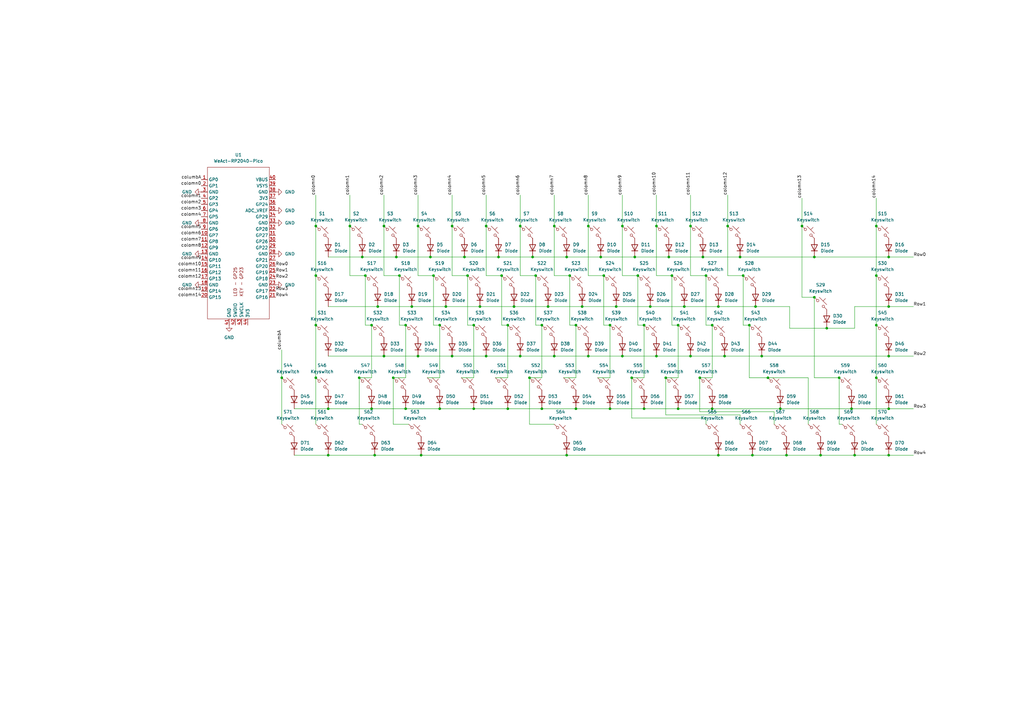
<source format=kicad_sch>
(kicad_sch (version 20250114) (generator "eeschema") (generator_version "9.0")
  (paper "A3")
  (junction (at 199.39 146.05))
  (junction (at 227.33 92.71))
  (junction (at 205.74 113.03))
  (junction (at 233.68 113.03))
  (junction (at 180.34 167.64))
  (junction (at 349.25 167.64))
  (junction (at 294.64 186.69))
  (junction (at 280.67 125.73))
  (junction (at 129.54 154.94))
  (junction (at 289.56 113.03))
  (junction (at 278.13 167.64))
  (junction (at 191.77 113.03))
  (junction (at 182.88 125.73))
  (junction (at 241.3 92.71))
  (junction (at 322.58 186.69))
  (junction (at 176.53 105.41))
  (junction (at 152.4 167.64))
  (junction (at 288.29 105.41))
  (junction (at 213.36 92.71))
  (junction (at 129.54 113.03))
  (junction (at 269.24 146.05))
  (junction (at 222.25 133.35))
  (junction (at 334.01 121.92))
  (junction (at 185.42 92.71))
  (junction (at 359.41 113.03))
  (junction (at 194.31 133.35))
  (junction (at 364.49 125.73))
  (junction (at 172.72 186.69))
  (junction (at 334.01 105.41))
  (junction (at 217.17 154.94))
  (junction (at 163.83 113.03))
  (junction (at 359.41 92.71))
  (junction (at 292.1 133.35))
  (junction (at 364.49 167.64))
  (junction (at 364.49 186.69))
  (junction (at 328.93 92.71))
  (junction (at 287.02 154.94))
  (junction (at 278.13 133.35))
  (junction (at 264.16 133.35))
  (junction (at 129.54 92.71))
  (junction (at 269.24 92.71))
  (junction (at 227.33 146.05))
  (junction (at 218.44 105.41))
  (junction (at 309.88 125.73))
  (junction (at 161.29 154.94))
  (junction (at 283.21 92.71))
  (junction (at 162.56 105.41))
  (junction (at 260.35 105.41))
  (junction (at 157.48 146.05))
  (junction (at 148.59 105.41))
  (junction (at 252.73 125.73))
  (junction (at 320.04 167.64))
  (junction (at 261.62 113.03))
  (junction (at 259.08 154.94))
  (junction (at 283.21 146.05))
  (junction (at 153.67 186.69))
  (junction (at 190.5 105.41))
  (junction (at 166.37 167.64))
  (junction (at 219.71 113.03))
  (junction (at 152.4 133.35))
  (junction (at 149.86 113.03))
  (junction (at 246.38 105.41))
  (junction (at 307.34 133.35))
  (junction (at 147.32 154.94))
  (junction (at 236.22 133.35))
  (junction (at 308.61 186.69))
  (junction (at 298.45 92.71))
  (junction (at 168.91 125.73))
  (junction (at 154.94 125.73))
  (junction (at 222.25 167.64))
  (junction (at 359.41 154.94))
  (junction (at 204.47 105.41))
  (junction (at 185.42 146.05))
  (junction (at 238.76 125.73))
  (junction (at 344.17 154.94))
  (junction (at 208.28 167.64))
  (junction (at 210.82 125.73))
  (junction (at 134.62 167.64))
  (junction (at 292.1 167.64))
  (junction (at 241.3 146.05))
  (junction (at 171.45 146.05))
  (junction (at 304.8 113.03))
  (junction (at 157.48 92.71))
  (junction (at 232.41 186.69))
  (junction (at 350.52 186.69))
  (junction (at 297.18 146.05))
  (junction (at 364.49 146.05))
  (junction (at 250.19 167.64))
  (junction (at 250.19 133.35))
  (junction (at 224.79 125.73))
  (junction (at 255.27 146.05))
  (junction (at 208.28 133.35))
  (junction (at 266.7 125.73))
  (junction (at 213.36 146.05))
  (junction (at 275.59 113.03))
  (junction (at 255.27 92.71))
  (junction (at 274.32 105.41))
  (junction (at 129.54 133.35))
  (junction (at 236.22 167.64))
  (junction (at 264.16 167.64))
  (junction (at 273.05 154.94))
  (junction (at 314.96 154.94))
  (junction (at 336.55 186.69))
  (junction (at 312.42 146.05))
  (junction (at 199.39 92.71))
  (junction (at 143.51 92.71))
  (junction (at 303.53 105.41))
  (junction (at 232.41 105.41))
  (junction (at 339.09 134.62))
  (junction (at 364.49 105.41))
  (junction (at 359.41 133.35))
  (junction (at 177.8 113.03))
  (junction (at 171.45 92.71))
  (junction (at 166.37 133.35))
  (junction (at 134.62 186.69))
  (junction (at 247.65 113.03))
  (junction (at 194.31 167.64))
  (junction (at 180.34 133.35))
  (junction (at 115.57 154.94))
  (junction (at 196.85 125.73))
  (junction (at 294.64 125.73))
  (wire (pts (xy 134.62 186.69) (xy 153.67 186.69)))
  (wire (pts (xy 224.79 125.73) (xy 238.76 125.73)))
  (wire (pts (xy 213.36 92.71) (xy 213.36 113.03)))
  (wire (pts (xy 308.61 186.69) (xy 322.58 186.69)))
  (wire (pts (xy 191.77 133.35) (xy 194.31 133.35)))
  (wire (pts (xy 260.35 105.41) (xy 274.32 105.41)))
  (wire (pts (xy 157.48 80.01) (xy 157.48 92.71)))
  (wire (pts (xy 143.51 113.03) (xy 149.86 113.03)))
  (wire (pts (xy 339.09 134.62) (xy 350.52 134.62)))
  (wire (pts (xy 217.17 154.94) (xy 217.17 173.99)))
  (wire (pts (xy 196.85 125.73) (xy 210.82 125.73)))
  (wire (pts (xy 227.33 113.03) (xy 233.68 113.03)))
  (wire (pts (xy 309.88 125.73) (xy 323.85 125.73)))
  (wire (pts (xy 292.1 133.35) (xy 292.1 154.94)))
  (wire (pts (xy 222.25 133.35) (xy 222.25 154.94)))
  (wire (pts (xy 177.8 133.35) (xy 180.34 133.35)))
  (wire (pts (xy 157.48 146.05) (xy 171.45 146.05)))
  (wire (pts (xy 238.76 125.73) (xy 252.73 125.73)))
  (wire (pts (xy 359.41 113.03) (xy 359.41 133.35)))
  (wire (pts (xy 264.16 154.94) (xy 259.08 154.94)))
  (wire (pts (xy 210.82 125.73) (xy 224.79 125.73)))
  (wire (pts (xy 120.65 186.69) (xy 134.62 186.69)))
  (wire (pts (xy 364.49 167.64) (xy 374.65 167.64)))
  (wire (pts (xy 364.49 125.73) (xy 374.65 125.73)))
  (wire (pts (xy 190.5 105.41) (xy 204.47 105.41)))
  (wire (pts (xy 199.39 146.05) (xy 213.36 146.05)))
  (wire (pts (xy 312.42 146.05) (xy 364.49 146.05)))
  (wire (pts (xy 227.33 146.05) (xy 241.3 146.05)))
  (wire (pts (xy 359.41 154.94) (xy 359.41 173.99)))
  (wire (pts (xy 194.31 133.35) (xy 194.31 154.94)))
  (wire (pts (xy 269.24 113.03) (xy 275.59 113.03)))
  (wire (pts (xy 261.62 133.35) (xy 264.16 133.35)))
  (wire (pts (xy 247.65 133.35) (xy 250.19 133.35)))
  (wire (pts (xy 278.13 167.64) (xy 292.1 167.64)))
  (wire (pts (xy 269.24 146.05) (xy 283.21 146.05)))
  (wire (pts (xy 180.34 167.64) (xy 194.31 167.64)))
  (wire (pts (xy 304.8 133.35) (xy 307.34 133.35)))
  (wire (pts (xy 236.22 167.64) (xy 250.19 167.64)))
  (wire (pts (xy 247.65 113.03) (xy 247.65 133.35)))
  (wire (pts (xy 336.55 186.69) (xy 350.52 186.69)))
  (wire (pts (xy 180.34 133.35) (xy 180.34 154.94)))
  (wire (pts (xy 168.91 125.73) (xy 182.88 125.73)))
  (wire (pts (xy 236.22 133.35) (xy 236.22 154.94)))
  (wire (pts (xy 152.4 167.64) (xy 166.37 167.64)))
  (wire (pts (xy 218.44 105.41) (xy 232.41 105.41)))
  (wire (pts (xy 161.29 173.99) (xy 167.64 173.99)))
  (wire (pts (xy 289.56 171.45) (xy 289.56 173.99)))
  (wire (pts (xy 334.01 154.94) (xy 344.17 154.94)))
  (wire (pts (xy 241.3 113.03) (xy 247.65 113.03)))
  (wire (pts (xy 232.41 186.69) (xy 294.64 186.69)))
  (wire (pts (xy 182.88 125.73) (xy 196.85 125.73)))
  (wire (pts (xy 261.62 113.03) (xy 261.62 133.35)))
  (wire (pts (xy 350.52 186.69) (xy 364.49 186.69)))
  (wire (pts (xy 314.96 154.94) (xy 331.47 154.94)))
  (wire (pts (xy 129.54 133.35) (xy 129.54 154.94)))
  (wire (pts (xy 157.48 113.03) (xy 163.83 113.03)))
  (wire (pts (xy 250.19 167.64) (xy 264.16 167.64)))
  (wire (pts (xy 129.54 92.71) (xy 129.54 113.03)))
  (wire (pts (xy 269.24 92.71) (xy 269.24 113.03)))
  (wire (pts (xy 185.42 113.03) (xy 191.77 113.03)))
  (wire (pts (xy 264.16 133.35) (xy 264.16 154.94)))
  (wire (pts (xy 264.16 167.64) (xy 278.13 167.64)))
  (wire (pts (xy 364.49 146.05) (xy 374.65 146.05)))
  (wire (pts (xy 289.56 113.03) (xy 289.56 133.35)))
  (wire (pts (xy 180.34 154.94) (xy 175.26 154.94)))
  (wire (pts (xy 317.5 168.91) (xy 317.5 173.99)))
  (wire (pts (xy 320.04 167.64) (xy 349.25 167.64)))
  (wire (pts (xy 344.17 173.99) (xy 345.44 173.99)))
  (wire (pts (xy 250.19 154.94) (xy 245.11 154.94)))
  (wire (pts (xy 199.39 92.71) (xy 199.39 113.03)))
  (wire (pts (xy 289.56 133.35) (xy 292.1 133.35)))
  (wire (pts (xy 166.37 133.35) (xy 166.37 154.94)))
  (wire (pts (xy 294.64 125.73) (xy 309.88 125.73)))
  (wire (pts (xy 303.53 105.41) (xy 334.01 105.41)))
  (wire (pts (xy 227.33 80.01) (xy 227.33 92.71)))
  (wire (pts (xy 344.17 154.94) (xy 344.17 173.99)))
  (wire (pts (xy 134.62 105.41) (xy 148.59 105.41)))
  (wire (pts (xy 153.67 186.69) (xy 172.72 186.69)))
  (wire (pts (xy 269.24 80.01) (xy 269.24 92.71)))
  (wire (pts (xy 241.3 92.71) (xy 241.3 113.03)))
  (wire (pts (xy 304.8 113.03) (xy 304.8 133.35)))
  (wire (pts (xy 233.68 133.35) (xy 236.22 133.35)))
  (wire (pts (xy 255.27 80.01) (xy 255.27 92.71)))
  (wire (pts (xy 292.1 154.94) (xy 287.02 154.94)))
  (wire (pts (xy 298.45 92.71) (xy 298.45 113.03)))
  (wire (pts (xy 129.54 154.94) (xy 129.54 173.99)))
  (wire (pts (xy 213.36 80.01) (xy 213.36 92.71)))
  (wire (pts (xy 149.86 113.03) (xy 149.86 133.35)))
  (wire (pts (xy 134.62 146.05) (xy 157.48 146.05)))
  (wire (pts (xy 152.4 133.35) (xy 152.4 154.94)))
  (wire (pts (xy 280.67 125.73) (xy 294.64 125.73)))
  (wire (pts (xy 199.39 80.01) (xy 199.39 92.71)))
  (wire (pts (xy 275.59 113.03) (xy 275.59 133.35)))
  (wire (pts (xy 185.42 80.01) (xy 185.42 92.71)))
  (wire (pts (xy 328.93 81.28) (xy 328.93 92.71)))
  (wire (pts (xy 278.13 133.35) (xy 278.13 154.94)))
  (wire (pts (xy 166.37 154.94) (xy 161.29 154.94)))
  (wire (pts (xy 287.02 168.91) (xy 317.5 168.91)))
  (wire (pts (xy 232.41 105.41) (xy 246.38 105.41)))
  (wire (pts (xy 157.48 92.71) (xy 157.48 113.03)))
  (wire (pts (xy 328.93 121.92) (xy 334.01 121.92)))
  (wire (pts (xy 185.42 92.71) (xy 185.42 113.03)))
  (wire (pts (xy 283.21 92.71) (xy 283.21 113.03)))
  (wire (pts (xy 323.85 125.73) (xy 323.85 134.62)))
  (wire (pts (xy 283.21 113.03) (xy 289.56 113.03)))
  (wire (pts (xy 147.32 154.94) (xy 147.32 173.99)))
  (wire (pts (xy 152.4 154.94) (xy 147.32 154.94)))
  (wire (pts (xy 359.41 133.35) (xy 359.41 154.94)))
  (wire (pts (xy 191.77 113.03) (xy 191.77 133.35)))
  (wire (pts (xy 217.17 173.99) (xy 227.33 173.99)))
  (wire (pts (xy 255.27 146.05) (xy 269.24 146.05)))
  (wire (pts (xy 194.31 154.94) (xy 189.23 154.94)))
  (wire (pts (xy 283.21 146.05) (xy 297.18 146.05)))
  (wire (pts (xy 266.7 125.73) (xy 280.67 125.73)))
  (wire (pts (xy 233.68 113.03) (xy 233.68 133.35)))
  (wire (pts (xy 208.28 167.64) (xy 222.25 167.64)))
  (wire (pts (xy 154.94 125.73) (xy 168.91 125.73)))
  (wire (pts (xy 205.74 113.03) (xy 205.74 133.35)))
  (wire (pts (xy 298.45 80.01) (xy 298.45 92.71)))
  (wire (pts (xy 149.86 133.35) (xy 152.4 133.35)))
  (wire (pts (xy 185.42 146.05) (xy 199.39 146.05)))
  (wire (pts (xy 294.64 186.69) (xy 308.61 186.69)))
  (wire (pts (xy 115.57 143.51) (xy 115.57 154.94)))
  (wire (pts (xy 246.38 105.41) (xy 260.35 105.41)))
  (wire (pts (xy 288.29 105.41) (xy 303.53 105.41)))
  (wire (pts (xy 328.93 92.71) (xy 328.93 121.92)))
  (wire (pts (xy 364.49 186.69) (xy 374.65 186.69)))
  (wire (pts (xy 129.54 80.01) (xy 129.54 92.71)))
  (wire (pts (xy 227.33 92.71) (xy 227.33 113.03)))
  (wire (pts (xy 222.25 167.64) (xy 236.22 167.64)))
  (wire (pts (xy 349.25 167.64) (xy 364.49 167.64)))
  (wire (pts (xy 350.52 125.73) (xy 364.49 125.73)))
  (wire (pts (xy 147.32 173.99) (xy 148.59 173.99)))
  (wire (pts (xy 350.52 134.62) (xy 350.52 125.73)))
  (wire (pts (xy 205.74 133.35) (xy 208.28 133.35)))
  (wire (pts (xy 275.59 133.35) (xy 278.13 133.35)))
  (wire (pts (xy 148.59 105.41) (xy 162.56 105.41)))
  (wire (pts (xy 241.3 80.01) (xy 241.3 92.71)))
  (wire (pts (xy 250.19 133.35) (xy 250.19 154.94)))
  (wire (pts (xy 219.71 113.03) (xy 219.71 133.35)))
  (wire (pts (xy 278.13 154.94) (xy 273.05 154.94)))
  (wire (pts (xy 166.37 167.64) (xy 180.34 167.64)))
  (wire (pts (xy 177.8 113.03) (xy 177.8 133.35)))
  (wire (pts (xy 287.02 154.94) (xy 287.02 168.91)))
  (wire (pts (xy 171.45 146.05) (xy 185.42 146.05)))
  (wire (pts (xy 194.31 167.64) (xy 208.28 167.64)))
  (wire (pts (xy 134.62 167.64) (xy 152.4 167.64)))
  (wire (pts (xy 143.51 92.71) (xy 143.51 113.03)))
  (wire (pts (xy 213.36 113.03) (xy 219.71 113.03)))
  (wire (pts (xy 307.34 133.35) (xy 307.34 154.94)))
  (wire (pts (xy 176.53 105.41) (xy 190.5 105.41)))
  (wire (pts (xy 274.32 105.41) (xy 288.29 105.41)))
  (wire (pts (xy 208.28 133.35) (xy 208.28 154.94)))
  (wire (pts (xy 172.72 186.69) (xy 232.41 186.69)))
  (wire (pts (xy 292.1 167.64) (xy 320.04 167.64)))
  (wire (pts (xy 322.58 186.69) (xy 336.55 186.69)))
  (wire (pts (xy 359.41 92.71) (xy 359.41 113.03)))
  (wire (pts (xy 255.27 92.71) (xy 255.27 113.03)))
  (wire (pts (xy 213.36 146.05) (xy 227.33 146.05)))
  (wire (pts (xy 161.29 154.94) (xy 161.29 173.99)))
  (wire (pts (xy 171.45 92.71) (xy 171.45 113.03)))
  (wire (pts (xy 334.01 121.92) (xy 334.01 154.94)))
  (wire (pts (xy 163.83 133.35) (xy 166.37 133.35)))
  (wire (pts (xy 199.39 113.03) (xy 205.74 113.03)))
  (wire (pts (xy 241.3 146.05) (xy 255.27 146.05)))
  (wire (pts (xy 303.53 170.18) (xy 303.53 173.99)))
  (wire (pts (xy 162.56 105.41) (xy 176.53 105.41)))
  (wire (pts (xy 364.49 105.41) (xy 374.65 105.41)))
  (wire (pts (xy 222.25 154.94) (xy 217.17 154.94)))
  (wire (pts (xy 334.01 105.41) (xy 364.49 105.41)))
  (wire (pts (xy 252.73 125.73) (xy 266.7 125.73)))
  (wire (pts (xy 219.71 133.35) (xy 222.25 133.35)))
  (wire (pts (xy 163.83 113.03) (xy 163.83 133.35)))
  (wire (pts (xy 297.18 146.05) (xy 312.42 146.05)))
  (wire (pts (xy 273.05 170.18) (xy 303.53 170.18)))
  (wire (pts (xy 331.47 154.94) (xy 331.47 173.99)))
  (wire (pts (xy 273.05 154.94) (xy 273.05 170.18)))
  (wire (pts (xy 259.08 171.45) (xy 289.56 171.45)))
  (wire (pts (xy 208.28 154.94) (xy 203.2 154.94)))
  (wire (pts (xy 298.45 113.03) (xy 304.8 113.03)))
  (wire (pts (xy 307.34 154.94) (xy 314.96 154.94)))
  (wire (pts (xy 171.45 80.01) (xy 171.45 92.71)))
  (wire (pts (xy 359.41 81.28) (xy 359.41 92.71)))
  (wire (pts (xy 323.85 134.62) (xy 339.09 134.62)))
  (wire (pts (xy 204.47 105.41) (xy 218.44 105.41)))
  (wire (pts (xy 236.22 154.94) (xy 231.14 154.94)))
  (wire (pts (xy 143.51 80.01) (xy 143.51 92.71)))
  (wire (pts (xy 259.08 154.94) (xy 259.08 171.45)))
  (wire (pts (xy 171.45 113.03) (xy 177.8 113.03)))
  (wire (pts (xy 134.62 125.73) (xy 154.94 125.73)))
  (wire (pts (xy 283.21 80.01) (xy 283.21 92.71)))
  (wire (pts (xy 120.65 167.64) (xy 134.62 167.64)))
  (wire (pts (xy 255.27 113.03) (xy 261.62 113.03)))
  (wire (pts (xy 115.57 154.94) (xy 115.57 173.99)))
  (wire (pts (xy 129.54 113.03) (xy 129.54 133.35)))
  (label "colomn7" (at 82.55 99.06 180))
  (label "colomn2" (at 82.55 83.82 180))
  (label "colomn11" (at 82.55 111.76 180))
  (label "colomn5" (at 82.55 93.98 180))
  (label "Row2" (at 113.03 114.3 0))
  (label "Row2" (at 374.65 146.05 0))
  (label "colomn3" (at 82.55 86.36 180))
  (label "colomn11" (at 283.21 80.01 90))
  (label "Row4" (at 374.65 186.69 0))
  (label "Row3" (at 374.65 167.64 0))
  (label "Row0" (at 113.03 109.22 0))
  (label "colomn10" (at 269.24 80.01 90))
  (label "colomn14" (at 82.55 121.92 180))
  (label "colomn0" (at 129.54 80.01 90))
  (label "colomn14" (at 359.41 81.28 90))
  (label "colomn13" (at 328.93 81.28 90))
  (label "colomn6" (at 213.36 80.01 90))
  (label "colomn8" (at 241.3 80.01 90))
  (label "colomn13" (at 82.55 119.38 180))
  (label "colomn0" (at 82.55 76.2 180))
  (label "colomn9" (at 82.55 106.68 180))
  (label "colomn12" (at 82.55 114.3 180))
  (label "colomn4" (at 185.42 80.01 90))
  (label "colomn12" (at 298.45 80.01 90))
  (label "colomn9" (at 255.27 80.01 90))
  (label "colomn8" (at 82.55 101.6 180))
  (label "colomn6" (at 82.55 96.52 180))
  (label "colomn2" (at 157.48 80.01 90))
  (label "Row1" (at 374.65 125.73 0))
  (label "colomn10" (at 82.55 109.22 180))
  (label "Row1" (at 113.03 111.76 0))
  (label "colomn5" (at 199.39 80.01 90))
  (label "colomn7" (at 227.33 80.01 90))
  (label "columbA" (at 82.55 73.66 180))
  (label "colomn3" (at 171.45 80.01 90))
  (label "Row3" (at 113.03 119.38 0))
  (label "Row0" (at 374.65 105.41 0))
  (label "columbA" (at 115.57 143.51 90))
  (label "Row4" (at 113.03 121.92 0))
  (label "colomn1" (at 143.51 80.01 90))
  (label "colomn1" (at 82.55 81.28 180))
  (label "colomn4" (at 82.55 88.9 180))
  (symbol (lib_id "ScottoKeebs:Placeholder_Keyswitch") (at 132.08 115.57 0) (unit 1)
    (property "Reference" "S16" (at 132.08 107.95 0))
    (property "Value" "Keyswitch" (at 132.08 110.49 0))
    (property "Footprint" "ScottoKeebs_Hotswap:Hotswap_MX_1.50u" (effects (hide yes)))
    (property "Description" "Push button switch, normally open, two pins, 45° tilted" (effects (hide yes)))
  )
  (symbol (lib_id "ScottoKeebs:Placeholder_Diode") (at 134.62 142.24 90) (unit 1)
    (property "Reference" "D32" (at 137.16 140.9699 90) (effects (justify right)))
    (property "Value" "Diode" (at 137.16 143.5099 90) (effects (justify right)))
    (property "Footprint" "Diode_SMD:D_SOD-123" (effects (hide yes)))
    (property "Description" "1N4148 (DO-35) or 1N4148W (SOD-123)" (effects (hide yes)))
    (property "Sim.Device" "D" (effects (hide yes)))
    (property "Sim.Pins" "1=K 2=A" (effects (hide yes)))
  )
  (symbol (lib_id "ScottoKeebs:Placeholder_Keyswitch") (at 317.5 157.48 0) (unit 1)
    (property "Reference" "S58" (at 317.5 149.86 0))
    (property "Value" "Keyswitch" (at 317.5 152.4 0))
    (property "Footprint" "ScottoKeebs_Hotswap:Hotswap_MX_1.75u" (effects (hide yes)))
    (property "Description" "Push button switch, normally open, two pins, 45° tilted" (effects (hide yes)))
  )
  (symbol (lib_id "ScottoKeebs:Placeholder_Diode") (at 288.29 101.6 90) (unit 1)
    (property "Reference" "D13" (at 290.83 100.3299 90) (effects (justify right)))
    (property "Value" "Diode" (at 290.83 102.8699 90) (effects (justify right)))
    (property "Footprint" "Diode_SMD:D_SOD-123" (effects (hide yes)))
    (property "Description" "1N4148 (DO-35) or 1N4148W (SOD-123)" (effects (hide yes)))
    (property "Sim.Device" "D" (effects (hide yes)))
    (property "Sim.Pins" "1=K 2=A" (effects (hide yes)))
  )
  (symbol (lib_id "power:GND") (at 93.98 133.35 0) (unit 1)
    (property "Reference" "#PWR09" (effects (hide yes)))
    (property "Value" "GND" (at 93.98 138.43 0))
    (property "Description" "Power symbol creates a global label with name \"GND\" , ground" (effects (hide yes)))
  )
  (symbol (lib_id "ScottoKeebs:Placeholder_Keyswitch") (at 182.88 135.89 0) (unit 1)
    (property "Reference" "S34" (at 182.88 128.27 0))
    (property "Value" "Keyswitch" (at 182.88 130.81 0))
    (property "Footprint" "ScottoKeebs_Hotswap:Hotswap_MX_1.00u" (effects (hide yes)))
    (property "Description" "Push button switch, normally open, two pins, 45° tilted" (effects (hide yes)))
  )
  (symbol (lib_id "ScottoKeebs:Placeholder_Keyswitch") (at 307.34 115.57 0) (unit 1)
    (property "Reference" "S28" (at 307.34 107.95 0))
    (property "Value" "Keyswitch" (at 307.34 110.49 0))
    (property "Footprint" "ScottoKeebs_Hotswap:Hotswap_MX_1.00u" (effects (hide yes)))
    (property "Description" "Push button switch, normally open, two pins, 45° tilted" (effects (hide yes)))
  )
  (symbol (lib_id "power:GND") (at 113.03 116.84 90) (unit 1)
    (property "Reference" "#PWR08" (effects (hide yes)))
    (property "Value" "GND" (at 116.84 116.8399 90) (effects (justify right)))
    (property "Description" "Power symbol creates a global label with name \"GND\" , ground" (effects (hide yes)))
  )
  (symbol (lib_id "ScottoKeebs:Placeholder_Diode") (at 334.01 101.6 90) (unit 1)
    (property "Reference" "D15" (at 336.55 100.3299 90) (effects (justify right)))
    (property "Value" "Diode" (at 336.55 102.8699 90) (effects (justify right)))
    (property "Footprint" "Diode_SMD:D_SOD-123" (effects (hide yes)))
    (property "Description" "1N4148 (DO-35) or 1N4148W (SOD-123)" (effects (hide yes)))
    (property "Sim.Device" "D" (effects (hide yes)))
    (property "Sim.Pins" "1=K 2=A" (effects (hide yes)))
  )
  (symbol (lib_id "power:GND") (at 113.03 78.74 90) (unit 1)
    (property "Reference" "#PWR05" (effects (hide yes)))
    (property "Value" "GND" (at 116.84 78.7399 90) (effects (justify right)))
    (property "Description" "Power symbol creates a global label with name \"GND\" , ground" (effects (hide yes)))
  )
  (symbol (lib_id "ScottoKeebs:Placeholder_Diode") (at 312.42 142.24 90) (unit 1)
    (property "Reference" "D44" (at 314.96 140.9699 90) (effects (justify right)))
    (property "Value" "Diode" (at 314.96 143.5099 90) (effects (justify right)))
    (property "Footprint" "Diode_SMD:D_SOD-123" (effects (hide yes)))
    (property "Description" "1N4148 (DO-35) or 1N4148W (SOD-123)" (effects (hide yes)))
    (property "Sim.Device" "D" (effects (hide yes)))
    (property "Sim.Pins" "1=K 2=A" (effects (hide yes)))
  )
  (symbol (lib_id "ScottoKeebs:Placeholder_Keyswitch") (at 173.99 95.25 0) (unit 1)
    (property "Reference" "S4" (at 173.99 87.63 0))
    (property "Value" "Keyswitch" (at 173.99 90.17 0))
    (property "Footprint" "ScottoKeebs_Hotswap:Hotswap_MX_1.00u" (effects (hide yes)))
    (property "Description" "Push button switch, normally open, two pins, 45° tilted" (effects (hide yes)))
  )
  (symbol (lib_id "ScottoKeebs:Placeholder_Keyswitch") (at 336.55 124.46 0) (unit 1)
    (property "Reference" "S29" (at 336.55 116.84 0))
    (property "Value" "Keyswitch" (at 336.55 119.38 0))
    (property "Footprint" "ScottoKeebs_Hotswap:Hotswap_MX_ISOEnter" (effects (hide yes)))
    (property "Description" "Push button switch, normally open, two pins, 45° tilted" (effects (hide yes)))
  )
  (symbol (lib_id "ScottoKeebs:Placeholder_Keyswitch") (at 163.83 157.48 0) (unit 1)
    (property "Reference" "S48" (at 163.83 149.86 0))
    (property "Value" "Keyswitch" (at 163.83 152.4 0))
    (property "Footprint" "ScottoKeebs_Hotswap:Hotswap_MX_1.00u" (effects (hide yes)))
    (property "Description" "Push button switch, normally open, two pins, 45° tilted" (effects (hide yes)))
  )
  (symbol (lib_id "ScottoKeebs:Placeholder_Keyswitch") (at 361.95 95.25 0) (unit 1)
    (property "Reference" "S15" (at 361.95 87.63 0))
    (property "Value" "Keyswitch" (at 361.95 90.17 0))
    (property "Footprint" "ScottoKeebs_Hotswap:Hotswap_MX_1.00u" (effects (hide yes)))
    (property "Description" "Push button switch, normally open, two pins, 45° tilted" (effects (hide yes)))
  )
  (symbol (lib_id "ScottoKeebs:Placeholder_Diode") (at 309.88 121.92 90) (unit 1)
    (property "Reference" "D29" (at 312.42 120.6499 90) (effects (justify right)))
    (property "Value" "Diode" (at 312.42 123.1899 90) (effects (justify right)))
    (property "Footprint" "Diode_SMD:D_SOD-123" (effects (hide yes)))
    (property "Description" "1N4148 (DO-35) or 1N4148W (SOD-123)" (effects (hide yes)))
    (property "Sim.Device" "D" (effects (hide yes)))
    (property "Sim.Pins" "1=K 2=A" (effects (hide yes)))
  )
  (symbol (lib_id "ScottoKeebs:Placeholder_Diode") (at 194.31 163.83 90) (unit 1)
    (property "Reference" "D51" (at 196.85 162.5599 90) (effects (justify right)))
    (property "Value" "Diode" (at 196.85 165.0999 90) (effects (justify right)))
    (property "Footprint" "Diode_SMD:D_SOD-123" (effects (hide yes)))
    (property "Description" "1N4148 (DO-35) or 1N4148W (SOD-123)" (effects (hide yes)))
    (property "Sim.Device" "D" (effects (hide yes)))
    (property "Sim.Pins" "1=K 2=A" (effects (hide yes)))
  )
  (symbol (lib_id "ScottoKeebs:Placeholder_Diode") (at 266.7 121.92 90) (unit 1)
    (property "Reference" "D26" (at 269.24 120.6499 90) (effects (justify right)))
    (property "Value" "Diode" (at 269.24 123.1899 90) (effects (justify right)))
    (property "Footprint" "Diode_SMD:D_SOD-123" (effects (hide yes)))
    (property "Description" "1N4148 (DO-35) or 1N4148W (SOD-123)" (effects (hide yes)))
    (property "Sim.Device" "D" (effects (hide yes)))
    (property "Sim.Pins" "1=K 2=A" (effects (hide yes)))
  )
  (symbol (lib_id "ScottoKeebs:Placeholder_Diode") (at 134.62 182.88 90) (unit 1)
    (property "Reference" "D62" (at 137.16 181.6099 90) (effects (justify right)))
    (property "Value" "Diode" (at 137.16 184.1499 90) (effects (justify right)))
    (property "Footprint" "Diode_SMD:D_SOD-123" (effects (hide yes)))
    (property "Description" "1N4148 (DO-35) or 1N4148W (SOD-123)" (effects (hide yes)))
    (property "Sim.Device" "D" (effects (hide yes)))
    (property "Sim.Pins" "1=K 2=A" (effects (hide yes)))
  )
  (symbol (lib_id "ScottoKeebs:Placeholder_Keyswitch") (at 292.1 115.57 0) (unit 1)
    (property "Reference" "S27" (at 292.1 107.95 0))
    (property "Value" "Keyswitch" (at 292.1 110.49 0))
    (property "Footprint" "ScottoKeebs_Hotswap:Hotswap_MX_1.00u" (effects (hide yes)))
    (property "Description" "Push button switch, normally open, two pins, 45° tilted" (effects (hide yes)))
  )
  (symbol (lib_id "ScottoKeebs:Placeholder_Keyswitch") (at 132.08 176.53 0) (unit 1)
    (property "Reference" "S61" (at 132.08 168.91 0))
    (property "Value" "Keyswitch" (at 132.08 171.45 0))
    (property "Footprint" "ScottoKeebs_Hotswap:Hotswap_MX_1.25u" (effects (hide yes)))
    (property "Description" "Push button switch, normally open, two pins, 45° tilted" (effects (hide yes)))
  )
  (symbol (lib_id "power:GND") (at 82.55 116.84 270) (unit 1)
    (property "Reference" "#PWR01" (effects (hide yes)))
    (property "Value" "GND" (at 78.74 116.8399 90) (effects (justify right)))
    (property "Description" "Power symbol creates a global label with name \"GND\" , ground" (effects (hide yes)))
  )
  (symbol (lib_id "power:GND") (at 113.03 91.44 90) (unit 1)
    (property "Reference" "#PWR04" (effects (hide yes)))
    (property "Value" "GND" (at 116.84 91.4399 90) (effects (justify right)))
    (property "Description" "Power symbol creates a global label with name \"GND\" , ground" (effects (hide yes)))
  )
  (symbol (lib_id "ScottoKeebs:Placeholder_Diode") (at 120.65 163.83 90) (unit 1)
    (property "Reference" "D45" (at 123.19 162.5599 90) (effects (justify right)))
    (property "Value" "Diode" (at 123.19 165.0999 90) (effects (justify right)))
    (property "Footprint" "Diode_SMD:D_SOD-123" (effects (hide yes)))
    (property "Description" "1N4148 (DO-35) or 1N4148W (SOD-123)" (effects (hide yes)))
    (property "Sim.Device" "D" (effects (hide yes)))
    (property "Sim.Pins" "1=K 2=A" (effects (hide yes)))
  )
  (symbol (lib_id "ScottoKeebs:Placeholder_Diode") (at 364.49 182.88 90) (unit 1)
    (property "Reference" "D70" (at 367.03 181.6099 90) (effects (justify right)))
    (property "Value" "Diode" (at 367.03 184.1499 90) (effects (justify right)))
    (property "Footprint" "Diode_SMD:D_SOD-123" (effects (hide yes)))
    (property "Description" "1N4148 (DO-35) or 1N4148W (SOD-123)" (effects (hide yes)))
    (property "Sim.Device" "D" (effects (hide yes)))
    (property "Sim.Pins" "1=K 2=A" (effects (hide yes)))
  )
  (symbol (lib_id "ScottoKeebs:Placeholder_Keyswitch") (at 346.71 157.48 0) (unit 1)
    (property "Reference" "S59" (at 346.71 149.86 0))
    (property "Value" "Keyswitch" (at 346.71 152.4 0))
    (property "Footprint" "ScottoKeebs_Hotswap:Hotswap_MX_1.00u" (effects (hide yes)))
    (property "Description" "Push button switch, normally open, two pins, 45° tilted" (effects (hide yes)))
  )
  (symbol (lib_id "ScottoKeebs:Placeholder_Diode") (at 148.59 101.6 90) (unit 1)
    (property "Reference" "D2" (at 151.13 100.3299 90) (effects (justify right)))
    (property "Value" "Diode" (at 151.13 102.8699 90) (effects (justify right)))
    (property "Footprint" "Diode_SMD:D_SOD-123" (effects (hide yes)))
    (property "Description" "1N4148 (DO-35) or 1N4148W (SOD-123)" (effects (hide yes)))
    (property "Sim.Device" "D" (effects (hide yes)))
    (property "Sim.Pins" "1=K 2=A" (effects (hide yes)))
  )
  (symbol (lib_id "ScottoKeebs:Placeholder_Diode") (at 252.73 121.92 90) (unit 1)
    (property "Reference" "D25" (at 255.27 120.6499 90) (effects (justify right)))
    (property "Value" "Diode" (at 255.27 123.1899 90) (effects (justify right)))
    (property "Footprint" "Diode_SMD:D_SOD-123" (effects (hide yes)))
    (property "Description" "1N4148 (DO-35) or 1N4148W (SOD-123)" (effects (hide yes)))
    (property "Sim.Device" "D" (effects (hide yes)))
    (property "Sim.Pins" "1=K 2=A" (effects (hide yes)))
  )
  (symbol (lib_id "ScottoKeebs:Placeholder_Keyswitch") (at 151.13 176.53 0) (unit 1)
    (property "Reference" "S62" (at 151.13 168.91 0))
    (property "Value" "Keyswitch" (at 151.13 171.45 0))
    (property "Footprint" "ScottoKeebs_Hotswap:Hotswap_MX_1.25u" (effects (hide yes)))
    (property "Description" "Push button switch, normally open, two pins, 45° tilted" (effects (hide yes)))
  )
  (symbol (lib_id "ScottoKeebs:Placeholder_Diode") (at 153.67 182.88 90) (unit 1)
    (property "Reference" "D63" (at 156.21 181.6099 90) (effects (justify right)))
    (property "Value" "Diode" (at 156.21 184.1499 90) (effects (justify right)))
    (property "Footprint" "Diode_SMD:D_SOD-123" (effects (hide yes)))
    (property "Description" "1N4148 (DO-35) or 1N4148W (SOD-123)" (effects (hide yes)))
    (property "Sim.Device" "D" (effects (hide yes)))
    (property "Sim.Pins" "1=K 2=A" (effects (hide yes)))
  )
  (symbol (lib_id "ScottoKeebs:Placeholder_Keyswitch") (at 275.59 157.48 0) (unit 1)
    (property "Reference" "S56" (at 275.59 149.86 0))
    (property "Value" "Keyswitch" (at 275.59 152.4 0))
    (property "Footprint" "ScottoKeebs_Hotswap:Hotswap_MX_1.00u" (effects (hide yes)))
    (property "Description" "Push button switch, normally open, two pins, 45° tilted" (effects (hide yes)))
  )
  (symbol (lib_id "ScottoKeebs:Placeholder_Diode") (at 199.39 142.24 90) (unit 1)
    (property "Reference" "D36" (at 201.93 140.9699 90) (effects (justify right)))
    (property "Value" "Diode" (at 201.93 143.5099 90) (effects (justify right)))
    (property "Footprint" "Diode_SMD:D_SOD-123" (effects (hide yes)))
    (property "Description" "1N4148 (DO-35) or 1N4148W (SOD-123)" (effects (hide yes)))
    (property "Sim.Device" "D" (effects (hide yes)))
    (property "Sim.Pins" "1=K 2=A" (effects (hide yes)))
  )
  (symbol (lib_id "ScottoKeebs:Placeholder_Diode") (at 364.49 163.83 90) (unit 1)
    (property "Reference" "D61" (at 367.03 162.5599 90) (effects (justify right)))
    (property "Value" "Diode" (at 367.03 165.0999 90) (effects (justify right)))
    (property "Footprint" "Diode_SMD:D_SOD-123" (effects (hide yes)))
    (property "Description" "1N4148 (DO-35) or 1N4148W (SOD-123)" (effects (hide yes)))
    (property "Sim.Device" "D" (effects (hide yes)))
    (property "Sim.Pins" "1=K 2=A" (effects (hide yes)))
  )
  (symbol (lib_id "ScottoKeebs:Placeholder_Keyswitch") (at 243.84 95.25 0) (unit 1)
    (property "Reference" "S9" (at 243.84 87.63 0))
    (property "Value" "Keyswitch" (at 243.84 90.17 0))
    (property "Footprint" "ScottoKeebs_Hotswap:Hotswap_MX_1.00u" (effects (hide yes)))
    (property "Description" "Push button switch, normally open, two pins, 45° tilted" (effects (hide yes)))
  )
  (symbol (lib_id "ScottoKeebs:Placeholder_Diode") (at 246.38 101.6 90) (unit 1)
    (property "Reference" "D10" (at 248.92 100.3299 90) (effects (justify right)))
    (property "Value" "Diode" (at 248.92 102.8699 90) (effects (justify right)))
    (property "Footprint" "Diode_SMD:D_SOD-123" (effects (hide yes)))
    (property "Description" "1N4148 (DO-35) or 1N4148W (SOD-123)" (effects (hide yes)))
    (property "Sim.Device" "D" (effects (hide yes)))
    (property "Sim.Pins" "1=K 2=A" (effects (hide yes)))
  )
  (symbol (lib_id "ScottoKeebs:Placeholder_Diode") (at 134.62 101.6 90) (unit 1)
    (property "Reference" "D1" (at 137.16 100.3299 90) (effects (justify right)))
    (property "Value" "Diode" (at 137.16 102.8699 90) (effects (justify right)))
    (property "Footprint" "Diode_SMD:D_SOD-123" (effects (hide yes)))
    (property "Description" "1N4148 (DO-35) or 1N4148W (SOD-123)" (effects (hide yes)))
    (property "Sim.Device" "D" (effects (hide yes)))
    (property "Sim.Pins" "1=K 2=A" (effects (hide yes)))
  )
  (symbol (lib_id "ScottoKeebs:Placeholder_Keyswitch") (at 250.19 115.57 0) (unit 1)
    (property "Reference" "S24" (at 250.19 107.95 0))
    (property "Value" "Keyswitch" (at 250.19 110.49 0))
    (property "Footprint" "ScottoKeebs_Hotswap:Hotswap_MX_1.00u" (effects (hide yes)))
    (property "Description" "Push button switch, normally open, two pins, 45° tilted" (effects (hide yes)))
  )
  (symbol (lib_id "ScottoKeebs:Placeholder_Keyswitch") (at 271.78 95.25 0) (unit 1)
    (property "Reference" "S11" (at 271.78 87.63 0))
    (property "Value" "Keyswitch" (at 271.78 90.17 0))
    (property "Footprint" "ScottoKeebs_Hotswap:Hotswap_MX_1.00u" (effects (hide yes)))
    (property "Description" "Push button switch, normally open, two pins, 45° tilted" (effects (hide yes)))
  )
  (symbol (lib_id "ScottoKeebs:Placeholder_Diode") (at 294.64 182.88 90) (unit 1)
    (property "Reference" "D66" (at 297.18 181.6099 90) (effects (justify right)))
    (property "Value" "Diode" (at 297.18 184.1499 90) (effects (justify right)))
    (property "Footprint" "Diode_SMD:D_SOD-123" (effects (hide yes)))
    (property "Description" "1N4148 (DO-35) or 1N4148W (SOD-123)" (effects (hide yes)))
    (property "Sim.Device" "D" (effects (hide yes)))
    (property "Sim.Pins" "1=K 2=A" (effects (hide yes)))
  )
  (symbol (lib_id "ScottoKeebs:Placeholder_Diode") (at 154.94 121.92 90) (unit 1)
    (property "Reference" "D18" (at 157.48 120.6499 90) (effects (justify right)))
    (property "Value" "Diode" (at 157.48 123.1899 90) (effects (justify right)))
    (property "Footprint" "Diode_SMD:D_SOD-123" (effects (hide yes)))
    (property "Description" "1N4148 (DO-35) or 1N4148W (SOD-123)" (effects (hide yes)))
    (property "Sim.Device" "D" (effects (hide yes)))
    (property "Sim.Pins" "1=K 2=A" (effects (hide yes)))
  )
  (symbol (lib_id "ScottoKeebs:Placeholder_Diode") (at 182.88 121.92 90) (unit 1)
    (property "Reference" "D20" (at 185.42 120.6499 90) (effects (justify right)))
    (property "Value" "Diode" (at 185.42 123.1899 90) (effects (justify right)))
    (property "Footprint" "Diode_SMD:D_SOD-123" (effects (hide yes)))
    (property "Description" "1N4148 (DO-35) or 1N4148W (SOD-123)" (effects (hide yes)))
    (property "Sim.Device" "D" (effects (hide yes)))
    (property "Sim.Pins" "1=K 2=A" (effects (hide yes)))
  )
  (symbol (lib_id "ScottoKeebs:Placeholder_Diode") (at 308.61 182.88 90) (unit 1)
    (property "Reference" "D67" (at 311.15 181.6099 90) (effects (justify right)))
    (property "Value" "Diode" (at 311.15 184.1499 90) (effects (justify right)))
    (property "Footprint" "Diode_SMD:D_SOD-123" (effects (hide yes)))
    (property "Description" "1N4148 (DO-35) or 1N4148W (SOD-123)" (effects (hide yes)))
    (property "Sim.Device" "D" (effects (hide yes)))
    (property "Sim.Pins" "1=K 2=A" (effects (hide yes)))
  )
  (symbol (lib_id "ScottoKeebs:Placeholder_Diode") (at 264.16 163.83 90) (unit 1)
    (property "Reference" "D56" (at 266.7 162.5599 90) (effects (justify right)))
    (property "Value" "Diode" (at 266.7 165.0999 90) (effects (justify right)))
    (property "Footprint" "Diode_SMD:D_SOD-123" (effects (hide yes)))
    (property "Description" "1N4148 (DO-35) or 1N4148W (SOD-123)" (effects (hide yes)))
    (property "Sim.Device" "D" (effects (hide yes)))
    (property "Sim.Pins" "1=K 2=A" (effects (hide yes)))
  )
  (symbol (lib_id "ScottoKeebs:Placeholder_Diode") (at 162.56 101.6 90) (unit 1)
    (property "Reference" "D3" (at 165.1 100.3299 90) (effects (justify right)))
    (property "Value" "Diode" (at 165.1 102.8699 90) (effects (justify right)))
    (property "Footprint" "Diode_SMD:D_SOD-123" (effects (hide yes)))
    (property "Description" "1N4148 (DO-35) or 1N4148W (SOD-123)" (effects (hide yes)))
    (property "Sim.Device" "D" (effects (hide yes)))
    (property "Sim.Pins" "1=K 2=A" (effects (hide yes)))
  )
  (symbol (lib_id "ScottoKeebs:Placeholder_Diode") (at 180.34 163.83 90) (unit 1)
    (property "Reference" "D50" (at 182.88 162.5599 90) (effects (justify right)))
    (property "Value" "Diode" (at 182.88 165.0999 90) (effects (justify right)))
    (property "Footprint" "Diode_SMD:D_SOD-123" (effects (hide yes)))
    (property "Description" "1N4148 (DO-35) or 1N4148W (SOD-123)" (effects (hide yes)))
    (property "Sim.Device" "D" (effects (hide yes)))
    (property "Sim.Pins" "1=K 2=A" (effects (hide yes)))
  )
  (symbol (lib_id "ScottoKeebs:Placeholder_Diode") (at 255.27 142.24 90) (unit 1)
    (property "Reference" "D40" (at 257.81 140.9699 90) (effects (justify right)))
    (property "Value" "Diode" (at 257.81 143.5099 90) (effects (justify right)))
    (property "Footprint" "Diode_SMD:D_SOD-123" (effects (hide yes)))
    (property "Description" "1N4148 (DO-35) or 1N4148W (SOD-123)" (effects (hide yes)))
    (property "Sim.Device" "D" (effects (hide yes)))
    (property "Sim.Pins" "1=K 2=A" (effects (hide yes)))
  )
  (symbol (lib_id "ScottoKeebs:Placeholder_Keyswitch") (at 180.34 115.57 0) (unit 1)
    (property "Reference" "S19" (at 180.34 107.95 0))
    (property "Value" "Keyswitch" (at 180.34 110.49 0))
    (property "Footprint" "ScottoKeebs_Hotswap:Hotswap_MX_1.00u" (effects (hide yes)))
    (property "Description" "Push button switch, normally open, two pins, 45° tilted" (effects (hide yes)))
  )
  (symbol (lib_id "ScottoKeebs:Placeholder_Keyswitch") (at 361.95 135.89 0) (unit 1)
    (property "Reference" "S45" (at 361.95 128.27 0))
    (property "Value" "Keyswitch" (at 361.95 130.81 0))
    (property "Footprint" "ScottoKeebs_Hotswap:Hotswap_MX_1.00u" (effects (hide yes)))
    (property "Description" "Push button switch, normally open, two pins, 45° tilted" (effects (hide yes)))
  )
  (symbol (lib_id "ScottoKeebs:Placeholder_Diode") (at 350.52 182.88 90) (unit 1)
    (property "Reference" "D4" (at 353.06 181.6099 90) (effects (justify right)))
    (property "Value" "Diode" (at 353.06 184.1499 90) (effects (justify right)))
    (property "Footprint" "Diode_SMD:D_SOD-123" (effects (hide yes)))
    (property "Description" "1N4148 (DO-35) or 1N4148W (SOD-123)" (effects (hide yes)))
    (property "Sim.Device" "D" (effects (hide yes)))
    (property "Sim.Pins" "1=K 2=A" (effects (hide yes)))
  )
  (symbol (lib_id "ScottoKeebs:Placeholder_Keyswitch") (at 285.75 95.25 0) (unit 1)
    (property "Reference" "S12" (at 285.75 87.63 0))
    (property "Value" "Keyswitch" (at 285.75 90.17 0))
    (property "Footprint" "ScottoKeebs_Hotswap:Hotswap_MX_1.00u" (effects (hide yes)))
    (property "Description" "Push button switch, normally open, two pins, 45° tilted" (effects (hide yes)))
  )
  (symbol (lib_id "ScottoKeebs:Placeholder_Diode") (at 196.85 121.92 90) (unit 1)
    (property "Reference" "D21" (at 199.39 120.6499 90) (effects (justify right)))
    (property "Value" "Diode" (at 199.39 123.1899 90) (effects (justify right)))
    (property "Footprint" "Diode_SMD:D_SOD-123" (effects (hide yes)))
    (property "Description" "1N4148 (DO-35) or 1N4148W (SOD-123)" (effects (hide yes)))
    (property "Sim.Device" "D" (effects (hide yes)))
    (property "Sim.Pins" "1=K 2=A" (effects (hide yes)))
  )
  (symbol (lib_id "ScottoKeebs:Placeholder_Keyswitch") (at 238.76 135.89 0) (unit 1)
    (property "Reference" "S38" (at 238.76 128.27 0))
    (property "Value" "Keyswitch" (at 238.76 130.81 0))
    (property "Footprint" "ScottoKeebs_Hotswap:Hotswap_MX_1.00u" (effects (hide yes)))
    (property "Description" "Push button switch, normally open, two pins, 45° tilted" (effects (hide yes)))
  )
  (symbol (lib_id "ScottoKeebs:Placeholder_Diode") (at 280.67 121.92 90) (unit 1)
    (property "Reference" "D27" (at 283.21 120.6499 90) (effects (justify right)))
    (property "Value" "Diode" (at 283.21 123.1899 90) (effects (justify right)))
    (property "Footprint" "Diode_SMD:D_SOD-123" (effects (hide yes)))
    (property "Description" "1N4148 (DO-35) or 1N4148W (SOD-123)" (effects (hide yes)))
    (property "Sim.Device" "D" (effects (hide yes)))
    (property "Sim.Pins" "1=K 2=A" (effects (hide yes)))
  )
  (symbol (lib_id "ScottoKeebs:Placeholder_Keyswitch") (at 210.82 135.89 0) (unit 1)
    (property "Reference" "S36" (at 210.82 128.27 0))
    (property "Value" "Keyswitch" (at 210.82 130.81 0))
    (property "Footprint" "ScottoKeebs_Hotswap:Hotswap_MX_1.00u" (effects (hide yes)))
    (property "Description" "Push button switch, normally open, two pins, 45° tilted" (effects (hide yes)))
  )
  (symbol (lib_id "ScottoKeebs:Placeholder_Keyswitch") (at 229.87 176.53 0) (unit 1)
    (property "Reference" "S64" (at 229.87 168.91 0))
    (property "Value" "Keyswitch" (at 229.87 171.45 0))
    (property "Footprint" "ScottoKeebs_Hotswap:Hotswap_MX_6.25u" (effects (hide yes)))
    (property "Description" "Push button switch, normally open, two pins, 45° tilted" (effects (hide yes)))
  )
  (symbol (lib_id "ScottoKeebs:Placeholder_Keyswitch") (at 347.98 176.53 0) (unit 1)
    (property "Reference" "S69" (at 347.98 168.91 0))
    (property "Value" "Keyswitch" (at 347.98 171.45 0))
    (property "Footprint" "ScottoKeebs_Hotswap:Hotswap_MX_1.00u" (effects (hide yes)))
    (property "Description" "Push button switch, normally open, two pins, 45° tilted" (effects (hide yes)))
  )
  (symbol (lib_id "ScottoKeebs:Placeholder_Diode") (at 297.18 142.24 90) (unit 1)
    (property "Reference" "D43" (at 299.72 140.9699 90) (effects (justify right)))
    (property "Value" "Diode" (at 299.72 143.5099 90) (effects (justify right)))
    (property "Footprint" "Diode_SMD:D_SOD-123" (effects (hide yes)))
    (property "Description" "1N4148 (DO-35) or 1N4148W (SOD-123)" (effects (hide yes)))
    (property "Sim.Device" "D" (effects (hide yes)))
    (property "Sim.Pins" "1=K 2=A" (effects (hide yes)))
  )
  (symbol (lib_id "ScottoKeebs:Placeholder_Diode") (at 168.91 121.92 90) (unit 1)
    (property "Reference" "D19" (at 171.45 120.6499 90) (effects (justify right)))
    (property "Value" "Diode" (at 171.45 123.1899 90) (effects (justify right)))
    (property "Footprint" "Diode_SMD:D_SOD-123" (effects (hide yes)))
    (property "Description" "1N4148 (DO-35) or 1N4148W (SOD-123)" (effects (hide yes)))
    (property "Sim.Device" "D" (effects (hide yes)))
    (property "Sim.Pins" "1=K 2=A" (effects (hide yes)))
  )
  (symbol (lib_id "ScottoKeebs:Placeholder_Keyswitch") (at 300.99 95.25 0) (unit 1)
    (property "Reference" "S13" (at 300.99 87.63 0))
    (property "Value" "Keyswitch" (at 300.99 90.17 0))
    (property "Footprint" "ScottoKeebs_Hotswap:Hotswap_MX_1.00u" (effects (hide yes)))
    (property "Description" "Push button switch, normally open, two pins, 45° tilted" (effects (hide yes)))
  )
  (symbol (lib_id "ScottoKeebs:Placeholder_Diode") (at 349.25 163.83 90) (unit 1)
    (property "Reference" "D60" (at 351.79 162.5599 90) (effects (justify right)))
    (property "Value" "Diode" (at 351.79 165.0999 90) (effects (justify right)))
    (property "Footprint" "Diode_SMD:D_SOD-123" (effects (hide yes)))
    (property "Description" "1N4148 (DO-35) or 1N4148W (SOD-123)" (effects (hide yes)))
    (property "Sim.Device" "D" (effects (hide yes)))
    (property "Sim.Pins" "1=K 2=A" (effects (hide yes)))
  )
  (symbol (lib_id "ScottoKeebs:Placeholder_Keyswitch") (at 224.79 135.89 0) (unit 1)
    (property "Reference" "S37" (at 224.79 128.27 0))
    (property "Value" "Keyswitch" (at 224.79 130.81 0))
    (property "Footprint" "ScottoKeebs_Hotswap:Hotswap_MX_1.00u" (effects (hide yes)))
    (property "Description" "Push button switch, normally open, two pins, 45° tilted" (effects (hide yes)))
  )
  (symbol (lib_id "ScottoKeebs:Placeholder_Diode") (at 241.3 142.24 90) (unit 1)
    (property "Reference" "D39" (at 243.84 140.9699 90) (effects (justify right)))
    (property "Value" "Diode" (at 243.84 143.5099 90) (effects (justify right)))
    (property "Footprint" "Diode_SMD:D_SOD-123" (effects (hide yes)))
    (property "Description" "1N4148 (DO-35) or 1N4148W (SOD-123)" (effects (hide yes)))
    (property "Sim.Device" "D" (effects (hide yes)))
    (property "Sim.Pins" "1=K 2=A" (effects (hide yes)))
  )
  (symbol (lib_id "ScottoKeebs:Placeholder_Diode") (at 120.65 182.88 90) (unit 1)
    (property "Reference" "D71" (at 123.19 181.6099 90) (effects (justify right)))
    (property "Value" "Diode" (at 123.19 184.1499 90) (effects (justify right)))
    (property "Footprint" "Diode_SMD:D_SOD-123" (effects (hide yes)))
    (property "Description" "1N4148 (DO-35) or 1N4148W (SOD-123)" (effects (hide yes)))
    (property "Sim.Device" "D" (effects (hide yes)))
    (property "Sim.Pins" "1=K 2=A" (effects (hide yes)))
  )
  (symbol (lib_id "ScottoKeebs:Placeholder_Keyswitch") (at 229.87 95.25 0) (unit 1)
    (property "Reference" "S8" (at 229.87 87.63 0))
    (property "Value" "Keyswitch" (at 229.87 90.17 0))
    (property "Footprint" "ScottoKeebs_Hotswap:Hotswap_MX_1.00u" (effects (hide yes)))
    (property "Description" "Push button switch, normally open, two pins, 45° tilted" (effects (hide yes)))
  )
  (symbol (lib_id "ScottoKeebs:Placeholder_Diode") (at 336.55 182.88 90) (unit 1)
    (property "Reference" "D69" (at 339.09 181.6099 90) (effects (justify right)))
    (property "Value" "Diode" (at 339.09 184.1499 90) (effects (justify right)))
    (property "Footprint" "Diode_SMD:D_SOD-123" (effects (hide yes)))
    (property "Description" "1N4148 (DO-35) or 1N4148W (SOD-123)" (effects (hide yes)))
    (property "Sim.Device" "D" (effects (hide yes)))
    (property "Sim.Pins" "1=K 2=A" (effects (hide yes)))
  )
  (symbol (lib_id "ScottoKeebs:Placeholder_Diode") (at 190.5 101.6 90) (unit 1)
    (property "Reference" "D6" (at 193.04 100.3299 90) (effects (justify right)))
    (property "Value" "Diode" (at 193.04 102.8699 90) (effects (justify right)))
    (property "Footprint" "Diode_SMD:D_SOD-123" (effects (hide yes)))
    (property "Description" "1N4148 (DO-35) or 1N4148W (SOD-123)" (effects (hide yes)))
    (property "Sim.Device" "D" (effects (hide yes)))
    (property "Sim.Pins" "1=K 2=A" (effects (hide yes)))
  )
  (symbol (lib_id "ScottoKeebs:Placeholder_Diode") (at 292.1 163.83 90) (unit 1)
    (property "Reference" "D58" (at 294.64 162.5599 90) (effects (justify right)))
    (property "Value" "Diode" (at 294.64 165.0999 90) (effects (justify right)))
    (property "Footprint" "Diode_SMD:D_SOD-123" (effects (hide yes)))
    (property "Description" "1N4148 (DO-35) or 1N4148W (SOD-123)" (effects (hide yes)))
    (property "Sim.Device" "D" (effects (hide yes)))
    (property "Sim.Pins" "1=K 2=A" (effects (hide yes)))
  )
  (symbol (lib_id "ScottoKeebs:Placeholder_Diode") (at 250.19 163.83 90) (unit 1)
    (property "Reference" "D55" (at 252.73 162.5599 90) (effects (justify right)))
    (property "Value" "Diode" (at 252.73 165.0999 90) (effects (justify right)))
    (property "Footprint" "Diode_SMD:D_SOD-123" (effects (hide yes)))
    (property "Description" "1N4148 (DO-35) or 1N4148W (SOD-123)" (effects (hide yes)))
    (property "Sim.Device" "D" (effects (hide yes)))
    (property "Sim.Pins" "1=K 2=A" (effects (hide yes)))
  )
  (symbol (lib_id "ScottoKeebs:Placeholder_Diode") (at 364.49 121.92 90) (unit 1)
    (property "Reference" "D31" (at 367.03 120.6499 90) (effects (justify right)))
    (property "Value" "Diode" (at 367.03 123.1899 90) (effects (justify right)))
    (property "Footprint" "Diode_SMD:D_SOD-123" (effects (hide yes)))
    (property "Description" "1N4148 (DO-35) or 1N4148W (SOD-123)" (effects (hide yes)))
    (property "Sim.Device" "D" (effects (hide yes)))
    (property "Sim.Pins" "1=K 2=A" (effects (hide yes)))
  )
  (symbol (lib_id "ScottoKeebs:Placeholder_Keyswitch") (at 361.95 157.48 0) (unit 1)
    (property "Reference" "S60" (at 361.95 149.86 0))
    (property "Value" "Keyswitch" (at 361.95 152.4 0))
    (property "Footprint" "ScottoKeebs_Hotswap:Hotswap_MX_1.00u" (effects (hide yes)))
    (property "Description" "Push button switch, normally open, two pins, 45° tilted" (effects (hide yes)))
  )
  (symbol (lib_id "power:GND") (at 82.55 91.44 270) (unit 1)
    (property "Reference" "#PWR03" (effects (hide yes)))
    (property "Value" "GND" (at 78.74 91.4399 90) (effects (justify right)))
    (property "Description" "Power symbol creates a global label with name \"GND\" , ground" (effects (hide yes)))
  )
  (symbol (lib_id "ScottoKeebs:Placeholder_Diode") (at 238.76 121.92 90) (unit 1)
    (property "Reference" "D24" (at 241.3 120.6499 90) (effects (justify right)))
    (property "Value" "Diode" (at 241.3 123.1899 90) (effects (justify right)))
    (property "Footprint" "Diode_SMD:D_SOD-123" (effects (hide yes)))
    (property "Description" "1N4148 (DO-35) or 1N4148W (SOD-123)" (effects (hide yes)))
    (property "Sim.Device" "D" (effects (hide yes)))
    (property "Sim.Pins" "1=K 2=A" (effects (hide yes)))
  )
  (symbol (lib_id "ScottoKeebs:Placeholder_Keyswitch") (at 278.13 115.57 0) (unit 1)
    (property "Reference" "S26" (at 278.13 107.95 0))
    (property "Value" "Keyswitch" (at 278.13 110.49 0))
    (property "Footprint" "ScottoKeebs_Hotswap:Hotswap_MX_1.00u" (effects (hide yes)))
    (property "Description" "Push button switch, normally open, two pins, 45° tilted" (effects (hide yes)))
  )
  (symbol (lib_id "ScottoKeebs:Placeholder_Keyswitch") (at 152.4 115.57 0) (unit 1)
    (property "Reference" "S17" (at 152.4 107.95 0))
    (property "Value" "Keyswitch" (at 152.4 110.49 0))
    (property "Footprint" "ScottoKeebs_Hotswap:Hotswap_MX_1.00u" (effects (hide yes)))
    (property "Description" "Push button switch, normally open, two pins, 45° tilted" (effects (hide yes)))
  )
  (symbol (lib_id "ScottoKeebs:Placeholder_Keyswitch") (at 132.08 95.25 0) (unit 1)
    (property "Reference" "S1" (at 132.08 87.63 0))
    (property "Value" "Keyswitch" (at 132.08 90.17 0))
    (property "Footprint" "ScottoKeebs_Hotswap:Hotswap_MX_1.00u" (effects (hide yes)))
    (property "Description" "Push button switch, normally open, two pins, 45° tilted" (effects (hide yes)))
  )
  (symbol (lib_id "ScottoKeebs:Placeholder_Keyswitch") (at 257.81 95.25 0) (unit 1)
    (property "Reference" "S10" (at 257.81 87.63 0))
    (property "Value" "Keyswitch" (at 257.81 90.17 0))
    (property "Footprint" "ScottoKeebs_Hotswap:Hotswap_MX_1.00u" (effects (hide yes)))
    (property "Description" "Push button switch, normally open, two pins, 45° tilted" (effects (hide yes)))
  )
  (symbol (lib_id "ScottoKeebs:Placeholder_Keyswitch") (at 331.47 95.25 0) (unit 1)
    (property "Reference" "S14" (at 331.47 87.63 0))
    (property "Value" "Keyswitch" (at 331.47 90.17 0))
    (property "Footprint" "ScottoKeebs_Hotswap:Hotswap_MX_2.00u" (effects (hide yes)))
    (property "Description" "Push button switch, normally open, two pins, 45° tilted" (effects (hide yes)))
  )
  (symbol (lib_id "ScottoKeebs:Placeholder_Diode") (at 134.62 163.83 90) (unit 1)
    (property "Reference" "D47" (at 137.16 162.5599 90) (effects (justify right)))
    (property "Value" "Diode" (at 137.16 165.0999 90) (effects (justify right)))
    (property "Footprint" "Diode_SMD:D_SOD-123" (effects (hide yes)))
    (property "Description" "1N4148 (DO-35) or 1N4148W (SOD-123)" (effects (hide yes)))
    (property "Sim.Device" "D" (effects (hide yes)))
    (property "Sim.Pins" "1=K 2=A" (effects (hide yes)))
  )
  (symbol (lib_id "ScottoKeebs:Placeholder_Keyswitch") (at 205.74 157.48 0) (unit 1)
    (property "Reference" "S51" (at 205.74 149.86 0))
    (property "Value" "Keyswitch" (at 205.74 152.4 0))
    (property "Footprint" "ScottoKeebs_Hotswap:Hotswap_MX_1.00u" (effects (hide yes)))
    (property "Description" "Push button switch, normally open, two pins, 45° tilted" (effects (hide yes)))
  )
  (symbol (lib_id "ScottoKeebs:Placeholder_Keyswitch") (at 118.11 157.48 0) (unit 1)
    (property "Reference" "S44" (at 118.11 149.86 0))
    (property "Value" "Keyswitch" (at 118.11 152.4 0))
    (property "Footprint" "ScottoKeebs_Hotswap:Hotswap_MX_1.50u" (effects (hide yes)))
    (property "Description" "Push button switch, normally open, two pins, 45° tilted" (effects (hide yes)))
  )
  (symbol (lib_id "ScottoKeebs:Placeholder_Keyswitch") (at 154.94 135.89 0) (unit 1)
    (property "Reference" "S32" (at 154.94 128.27 0))
    (property "Value" "Keyswitch" (at 154.94 130.81 0))
    (property "Footprint" "ScottoKeebs_Hotswap:Hotswap_MX_1.00u" (effects (hide yes)))
    (property "Description" "Push button switch, normally open, two pins, 45° tilted" (effects (hide yes)))
  )
  (symbol (lib_id "ScottoKeebs:Placeholder_Keyswitch") (at 149.86 157.48 0) (unit 1)
    (property "Reference" "S47" (at 149.86 149.86 0))
    (property "Value" "Keyswitch" (at 149.86 152.4 0))
    (property "Footprint" "ScottoKeebs_Hotswap:Hotswap_MX_1.00u" (effects (hide yes)))
    (property "Description" "Push button switch, normally open, two pins, 45° tilted" (effects (hide yes)))
  )
  (symbol (lib_id "ScottoKeebs:Placeholder_Diode") (at 364.49 101.6 90) (unit 1)
    (property "Reference" "D16" (at 367.03 100.3299 90) (effects (justify right)))
    (property "Value" "Diode" (at 367.03 102.8699 90) (effects (justify right)))
    (property "Footprint" "Diode_SMD:D_SOD-123" (effects (hide yes)))
    (property "Description" "1N4148 (DO-35) or 1N4148W (SOD-123)" (effects (hide yes)))
    (property "Sim.Device" "D" (effects (hide yes)))
    (property "Sim.Pins" "1=K 2=A" (effects (hide yes)))
  )
  (symbol (lib_id "ScottoKeebs:Placeholder_Keyswitch") (at 252.73 135.89 0) (unit 1)
    (property "Reference" "S39" (at 252.73 128.27 0))
    (property "Value" "Keyswitch" (at 252.73 130.81 0))
    (property "Footprint" "ScottoKeebs_Hotswap:Hotswap_MX_1.00u" (effects (hide yes)))
    (property "Description" "Push button switch, normally open, two pins, 45° tilted" (effects (hide yes)))
  )
  (symbol (lib_id "ScottoKeebs:Placeholder_Keyswitch") (at 222.25 115.57 0) (unit 1)
    (property "Reference" "S22" (at 222.25 107.95 0))
    (property "Value" "Keyswitch" (at 222.25 110.49 0))
    (property "Footprint" "ScottoKeebs_Hotswap:Hotswap_MX_1.00u" (effects (hide yes)))
    (property "Description" "Push button switch, normally open, two pins, 45° tilted" (effects (hide yes)))
  )
  (symbol (lib_id "ScottoKeebs:Placeholder_Diode") (at 364.49 142.24 90) (unit 1)
    (property "Reference" "D46" (at 367.03 140.9699 90) (effects (justify right)))
    (property "Value" "Diode" (at 367.03 143.5099 90) (effects (justify right)))
    (property "Footprint" "Diode_SMD:D_SOD-123" (effects (hide yes)))
    (property "Description" "1N4148 (DO-35) or 1N4148W (SOD-123)" (effects (hide yes)))
    (property "Sim.Device" "D" (effects (hide yes)))
    (property "Sim.Pins" "1=K 2=A" (effects (hide yes)))
  )
  (symbol (lib_id "ScottoKeebs:Placeholder_Diode") (at 172.72 182.88 90) (unit 1)
    (property "Reference" "D64" (at 175.26 181.6099 90) (effects (justify right)))
    (property "Value" "Diode" (at 175.26 184.1499 90) (effects (justify right)))
    (property "Footprint" "Diode_SMD:D_SOD-123" (effects (hide yes)))
    (property "Description" "1N4148 (DO-35) or 1N4148W (SOD-123)" (effects (hide yes)))
    (property "Sim.Device" "D" (effects (hide yes)))
    (property "Sim.Pins" "1=K 2=A" (effects (hide yes)))
  )
  (symbol (lib_id "ScottoKeebs:Placeholder_Keyswitch") (at 320.04 176.53 0) (unit 1)
    (property "Reference" "S67" (at 320.04 168.91 0))
    (property "Value" "Keyswitch" (at 320.04 171.45 0))
    (property "Footprint" "ScottoKeebs_Hotswap:Hotswap_MX_1.00u" (effects (hide yes)))
    (property "Description" "Push button switch, normally open, two pins, 45° tilted" (effects (hide yes)))
  )
  (symbol (lib_id "ScottoKeebs:Placeholder_Diode") (at 274.32 101.6 90) (unit 1)
    (property "Reference" "D12" (at 276.86 100.3299 90) (effects (justify right)))
    (property "Value" "Diode" (at 276.86 102.8699 90) (effects (justify right)))
    (property "Footprint" "Diode_SMD:D_SOD-123" (effects (hide yes)))
    (property "Description" "1N4148 (DO-35) or 1N4148W (SOD-123)" (effects (hide yes)))
    (property "Sim.Device" "D" (effects (hide yes)))
    (property "Sim.Pins" "1=K 2=A" (effects (hide yes)))
  )
  (symbol (lib_id "ScottoKeebs:Placeholder_Keyswitch") (at 196.85 135.89 0) (unit 1)
    (property "Reference" "S35" (at 196.85 128.27 0))
    (property "Value" "Keyswitch" (at 196.85 130.81 0))
    (property "Footprint" "ScottoKeebs_Hotswap:Hotswap_MX_1.00u" (effects (hide yes)))
    (property "Description" "Push button switch, normally open, two pins, 45° tilted" (effects (hide yes)))
  )
  (symbol (lib_id "ScottoKeebs:Placeholder_Keyswitch") (at 194.31 115.57 0) (unit 1)
    (property "Reference" "S20" (at 194.31 107.95 0))
    (property "Value" "Keyswitch" (at 194.31 110.49 0))
    (property "Footprint" "ScottoKeebs_Hotswap:Hotswap_MX_1.00u" (effects (hide yes)))
    (property "Description" "Push button switch, normally open, two pins, 45° tilted" (effects (hide yes)))
  )
  (symbol (lib_id "ScottoKeebs:Placeholder_Keyswitch") (at 264.16 115.57 0) (unit 1)
    (property "Reference" "S25" (at 264.16 107.95 0))
    (property "Value" "Keyswitch" (at 264.16 110.49 0))
    (property "Footprint" "ScottoKeebs_Hotswap:Hotswap_MX_1.00u" (effects (hide yes)))
    (property "Description" "Push button switch, normally open, two pins, 45° tilted" (effects (hide yes)))
  )
  (symbol (lib_id "ScottoKeebs:Placeholder_Keyswitch") (at 292.1 176.53 0) (unit 1)
    (property "Reference" "S65" (at 292.1 168.91 0))
    (property "Value" "Keyswitch" (at 292.1 171.45 0))
    (property "Footprint" "ScottoKeebs_Hotswap:Hotswap_MX_1.00u" (effects (hide yes)))
    (property "Description" "Push button switch, normally open, two pins, 45° tilted" (effects (hide yes)))
  )
  (symbol (lib_id "ScottoKeebs:Placeholder_Keyswitch") (at 233.68 157.48 0) (unit 1)
    (property "Reference" "S53" (at 233.68 149.86 0))
    (property "Value" "Keyswitch" (at 233.68 152.4 0))
    (property "Footprint" "ScottoKeebs_Hotswap:Hotswap_MX_1.00u" (effects (hide yes)))
    (property "Description" "Push button switch, normally open, two pins, 45° tilted" (effects (hide yes)))
  )
  (symbol (lib_id "ScottoKeebs:Placeholder_Diode") (at 222.25 163.83 90) (unit 1)
    (property "Reference" "D53" (at 224.79 162.5599 90) (effects (justify right)))
    (property "Value" "Diode" (at 224.79 165.0999 90) (effects (justify right)))
    (property "Footprint" "Diode_SMD:D_SOD-123" (effects (hide yes)))
    (property "Description" "1N4148 (DO-35) or 1N4148W (SOD-123)" (effects (hide yes)))
    (property "Sim.Device" "D" (effects (hide yes)))
    (property "Sim.Pins" "1=K 2=A" (effects (hide yes)))
  )
  (symbol (lib_id "ScottoKeebs:Placeholder_Diode") (at 213.36 142.24 90) (unit 1)
    (property "Reference" "D37" (at 215.9 140.9699 90) (effects (justify right)))
    (property "Value" "Diode" (at 215.9 143.5099 90) (effects (justify right)))
    (property "Footprint" "Diode_SMD:D_SOD-123" (effects (hide yes)))
    (property "Description" "1N4148 (DO-35) or 1N4148W (SOD-123)" (effects (hide yes)))
    (property "Sim.Device" "D" (effects (hide yes)))
    (property "Sim.Pins" "1=K 2=A" (effects (hide yes)))
  )
  (symbol (lib_id "ScottoKeebs:Placeholder_Keyswitch") (at 170.18 176.53 0) (unit 1)
    (property "Reference" "S63" (at 170.18 168.91 0))
    (property "Value" "Keyswitch" (at 170.18 171.45 0))
    (property "Footprint" "ScottoKeebs_Hotswap:Hotswap_MX_1.25u" (effects (hide yes)))
    (property "Description" "Push button switch, normally open, two pins, 45° tilted" (effects (hide yes)))
  )
  (symbol (lib_id "ScottoKeebs:Placeholder_Keyswitch") (at 361.95 115.57 0) (unit 1)
    (property "Reference" "S30" (at 361.95 107.95 0))
    (property "Value" "Keyswitch" (at 361.95 110.49 0))
    (property "Footprint" "ScottoKeebs_Hotswap:Hotswap_MX_1.00u" (effects (hide yes)))
    (property "Description" "Push button switch, normally open, two pins, 45° tilted" (effects (hide yes)))
  )
  (symbol (lib_id "ScottoKeebs:Placeholder_Diode") (at 322.58 182.88 90) (unit 1)
    (property "Reference" "D68" (at 325.12 181.6099 90) (effects (justify right)))
    (property "Value" "Diode" (at 325.12 184.1499 90) (effects (justify right)))
    (property "Footprint" "Diode_SMD:D_SOD-123" (effects (hide yes)))
    (property "Description" "1N4148 (DO-35) or 1N4148W (SOD-123)" (effects (hide yes)))
    (property "Sim.Device" "D" (effects (hide yes)))
    (property "Sim.Pins" "1=K 2=A" (effects (hide yes)))
  )
  (symbol (lib_id "ScottoKeebs:Placeholder_Keyswitch") (at 191.77 157.48 0) (unit 1)
    (property "Reference" "S50" (at 191.77 149.86 0))
    (property "Value" "Keyswitch" (at 191.77 152.4 0))
    (property "Footprint" "ScottoKeebs_Hotswap:Hotswap_MX_1.00u" (effects (hide yes)))
    (property "Description" "Push button switch, normally open, two pins, 45° tilted" (effects (hide yes)))
  )
  (symbol (lib_id "ScottoKeebs:Placeholder_Keyswitch") (at 160.02 95.25 0) (unit 1)
    (property "Reference" "S3" (at 160.02 87.63 0))
    (property "Value" "Keyswitch" (at 160.02 90.17 0))
    (property "Footprint" "ScottoKeebs_Hotswap:Hotswap_MX_1.00u" (effects (hide yes)))
    (property "Description" "Push button switch, normally open, two pins, 45° tilted" (effects (hide yes)))
  )
  (symbol (lib_id "ScottoKeebs:Placeholder_Diode") (at 339.09 130.81 90) (unit 1)
    (property "Reference" "D30" (at 341.63 129.5399 90) (effects (justify right)))
    (property "Value" "Diode" (at 341.63 132.0799 90) (effects (justify right)))
    (property "Footprint" "Diode_SMD:D_SOD-123" (effects (hide yes)))
    (property "Description" "1N4148 (DO-35) or 1N4148W (SOD-123)" (effects (hide yes)))
    (property "Sim.Device" "D" (effects (hide yes)))
    (property "Sim.Pins" "1=K 2=A" (effects (hide yes)))
  )
  (symbol (lib_id "power:GND") (at 82.55 104.14 270) (unit 1)
    (property "Reference" "#PWR02" (effects (hide yes)))
    (property "Value" "GND" (at 78.74 104.1399 90) (effects (justify right)))
    (property "Description" "Power symbol creates a global label with name \"GND\" , ground" (effects (hide yes)))
  )
  (symbol (lib_id "ScottoKeebs:Placeholder_Diode") (at 224.79 121.92 90) (unit 1)
    (property "Reference" "D23" (at 227.33 120.6499 90) (effects (justify right)))
    (property "Value" "Diode" (at 227.33 123.1899 90) (effects (justify right)))
    (property "Footprint" "Diode_SMD:D_SOD-123" (effects (hide yes)))
    (property "Description" "1N4148 (DO-35) or 1N4148W (SOD-123)" (effects (hide yes)))
    (property "Sim.Device" "D" (effects (hide yes)))
    (property "Sim.Pins" "1=K 2=A" (effects (hide yes)))
  )
  (symbol (lib_id "ScottoKeebs:Placeholder_Diode") (at 218.44 101.6 90) (unit 1)
    (property "Reference" "D8" (at 220.98 100.3299 90) (effects (justify right)))
    (property "Value" "Diode" (at 220.98 102.8699 90) (effects (justify right)))
    (property "Footprint" "Diode_SMD:D_SOD-123" (effects (hide yes)))
    (property "Description" "1N4148 (DO-35) or 1N4148W (SOD-123)" (effects (hide yes)))
    (property "Sim.Device" "D" (effects (hide yes)))
    (property "Sim.Pins" "1=K 2=A" (effects (hide yes)))
  )
  (symbol (lib_id "ScottoKeebs:Placeholder_Keyswitch") (at 219.71 157.48 0) (unit 1)
    (property "Reference" "S52" (at 219.71 149.86 0))
    (property "Value" "Keyswitch" (at 219.71 152.4 0))
    (property "Footprint" "ScottoKeebs_Hotswap:Hotswap_MX_1.00u" (effects (hide yes)))
    (property "Description" "Push button switch, normally open, two pins, 45° tilted" (effects (hide yes)))
  )
  (symbol (lib_id "ScottoKeebs:Placeholder_Diode") (at 208.28 163.83 90) (unit 1)
    (property "Reference" "D52" (at 210.82 162.5599 90) (effects (justify right)))
    (property "Value" "Diode" (at 210.82 165.0999 90) (effects (justify right)))
    (property "Footprint" "Diode_SMD:D_SOD-123" (effects (hide yes)))
    (property "Description" "1N4148 (DO-35) or 1N4148W (SOD-123)" (effects (hide yes)))
    (property "Sim.Device" "D" (effects (hide yes)))
    (property "Sim.Pins" "1=K 2=A" (effects (hide yes)))
  )
  (symbol (lib_id "ScottoKeebs:Placeholder_Keyswitch") (at 215.9 95.25 0) (unit 1)
    (property "Reference" "S7" (at 215.9 87.63 0))
    (property "Value" "Keyswitch" (at 215.9 90.17 0))
    (property "Footprint" "ScottoKeebs_Hotswap:Hotswap_MX_1.00u" (effects (hide yes)))
    (property "Description" "Push button switch, normally open, two pins, 45° tilted" (effects (hide yes)))
  )
  (symbol (lib_id "ScottoKeebs:Placeholder_Diode") (at 236.22 163.83 90) (unit 1)
    (property "Reference" "D54" (at 238.76 162.5599 90) (effects (justify right)))
    (property "Value" "Diode" (at 238.76 165.0999 90) (effects (justify right)))
    (property "Footprint" "Diode_SMD:D_SOD-123" (effects (hide yes)))
    (property "Description" "1N4148 (DO-35) or 1N4148W (SOD-123)" (effects (hide yes)))
    (property "Sim.Device" "D" (effects (hide yes)))
    (property "Sim.Pins" "1=K 2=A" (effects (hide yes)))
  )
  (symbol (lib_id "ScottoKeebs:Placeholder_Keyswitch") (at 289.56 157.48 0) (unit 1)
    (property "Reference" "S57" (at 289.56 149.86 0))
    (property "Value" "Keyswitch" (at 289.56 152.4 0))
    (property "Footprint" "ScottoKeebs_Hotswap:Hotswap_MX_1.00u" (effects (hide yes)))
    (property "Description" "Push button switch, normally open, two pins, 45° tilted" (effects (hide yes)))
  )
  (symbol (lib_id "ScottoKeebs:Placeholder_Keyswitch") (at 334.01 176.53 0) (unit 1)
    (property "Reference" "S68" (at 334.01 168.91 0))
    (property "Value" "Keyswitch" (at 334.01 171.45 0))
    (property "Footprint" "ScottoKeebs_Hotswap:Hotswap_MX_1.00u" (effects (hide yes)))
    (property "Description" "Push button switch, normally open, two pins, 45° tilted" (effects (hide yes)))
  )
  (symbol (lib_id "ScottoKeebs:Placeholder_Diode") (at 283.21 142.24 90) (unit 1)
    (property "Reference" "D42" (at 285.75 140.9699 90) (effects (justify right)))
    (property "Value" "Diode" (at 285.75 143.5099 90) (effects (justify right)))
    (property "Footprint" "Diode_SMD:D_SOD-123" (effects (hide yes)))
    (property "Description" "1N4148 (DO-35) or 1N4148W (SOD-123)" (effects (hide yes)))
    (property "Sim.Device" "D" (effects (hide yes)))
    (property "Sim.Pins" "1=K 2=A" (effects (hide yes)))
  )
  (symbol (lib_id "ScottoKeebs:Placeholder_Keyswitch") (at 146.05 95.25 0) (unit 1)
    (property "Reference" "S2" (at 146.05 87.63 0))
    (property "Value" "Keyswitch" (at 146.05 90.17 0))
    (property "Footprint" "ScottoKeebs_Hotswap:Hotswap_MX_1.00u" (effects (hide yes)))
    (property "Description" "Push button switch, normally open, two pins, 45° tilted" (effects (hide yes)))
  )
  (symbol (lib_id "ScottoKeebs:Placeholder_Diode") (at 294.64 121.92 90) (unit 1)
    (property "Reference" "D28" (at 297.18 120.6499 90) (effects (justify right)))
    (property "Value" "Diode" (at 297.18 123.1899 90) (effects (justify right)))
    (property "Footprint" "Diode_SMD:D_SOD-123" (effects (hide yes)))
    (property "Description" "1N4148 (DO-35) or 1N4148W (SOD-123)" (effects (hide yes)))
    (property "Sim.Device" "D" (effects (hide yes)))
    (property "Sim.Pins" "1=K 2=A" (effects (hide yes)))
  )
  (symbol (lib_id "ScottoKeebs:Placeholder_Keyswitch") (at 166.37 115.57 0) (unit 1)
    (property "Reference" "S18" (at 166.37 107.95 0))
    (property "Value" "Keyswitch" (at 166.37 110.49 0))
    (property "Footprint" "ScottoKeebs_Hotswap:Hotswap_MX_1.00u" (effects (hide yes)))
    (property "Description" "Push button switch, normally open, two pins, 45° tilted" (effects (hide yes)))
  )
  (symbol (lib_id "ScottoKeebs:Placeholder_Keyswitch") (at 187.96 95.25 0) (unit 1)
    (property "Reference" "S5" (at 187.96 87.63 0))
    (property "Value" "Keyswitch" (at 187.96 90.17 0))
    (property "Footprint" "ScottoKeebs_Hotswap:Hotswap_MX_1.00u" (effects (hide yes)))
    (property "Description" "Push button switch, normally open, two pins, 45° tilted" (effects (hide yes)))
  )
  (symbol (lib_id "ScottoKeebs:Placeholder_Diode") (at 303.53 101.6 90) (unit 1)
    (property "Reference" "D14" (at 306.07 100.3299 90) (effects (justify right)))
    (property "Value" "Diode" (at 306.07 102.8699 90) (effects (justify right)))
    (property "Footprint" "Diode_SMD:D_SOD-123" (effects (hide yes)))
    (property "Description" "1N4148 (DO-35) or 1N4148W (SOD-123)" (effects (hide yes)))
    (property "Sim.Device" "D" (effects (hide yes)))
    (property "Sim.Pins" "1=K 2=A" (effects (hide yes)))
  )
  (symbol (lib_id "ScottoKeebs:Placeholder_Diode") (at 185.42 142.24 90) (unit 1)
    (property "Reference" "D35" (at 187.96 140.9699 90) (effects (justify right)))
    (property "Value" "Diode" (at 187.96 143.5099 90) (effects (justify right)))
    (property "Footprint" "Diode_SMD:D_SOD-123" (effects (hide yes)))
    (property "Description" "1N4148 (DO-35) or 1N4148W (SOD-123)" (effects (hide yes)))
    (property "Sim.Device" "D" (effects (hide yes)))
    (property "Sim.Pins" "1=K 2=A" (effects (hide yes)))
  )
  (symbol (lib_id "power:GND") (at 113.03 86.36 90) (unit 1)
    (property "Reference" "#PWR06" (effects (hide yes)))
    (property "Value" "GND" (at 116.84 86.3599 90) (effects (justify right)))
    (property "Description" "Power symbol creates a global label with name \"GND\" , ground" (effects (hide yes)))
  )
  (symbol (lib_id "ScottoKeebs:Placeholder_Keyswitch") (at 261.62 157.48 0) (unit 1)
    (property "Reference" "S55" (at 261.62 149.86 0))
    (property "Value" "Keyswitch" (at 261.62 152.4 0))
    (property "Footprint" "ScottoKeebs_Hotswap:Hotswap_MX_1.00u" (effects (hide yes)))
    (property "Description" "Push button switch, normally open, two pins, 45° tilted" (effects (hide yes)))
  )
  (symbol (lib_id "ScottoKeebs:Placeholder_Keyswitch") (at 294.64 135.89 0) (unit 1)
    (property "Reference" "S42" (at 294.64 128.27 0))
    (property "Value" "Keyswitch" (at 294.64 130.81 0))
    (property "Footprint" "ScottoKeebs_Hotswap:Hotswap_MX_1.00u" (effects (hide yes)))
    (property "Description" "Push button switch, normally open, two pins, 45° tilted" (effects (hide yes)))
  )
  (symbol (lib_id "ScottoKeebs:Placeholder_Diode") (at 204.47 101.6 90) (unit 1)
    (property "Reference" "D7" (at 207.01 100.3299 90) (effects (justify right)))
    (property "Value" "Diode" (at 207.01 102.8699 90) (effects (justify right)))
    (property "Footprint" "Diode_SMD:D_SOD-123" (effects (hide yes)))
    (property "Description" "1N4148 (DO-35) or 1N4148W (SOD-123)" (effects (hide yes)))
    (property "Sim.Device" "D" (effects (hide yes)))
    (property "Sim.Pins" "1=K 2=A" (effects (hide yes)))
  )
  (symbol (lib_id "ScottoKeebs:Placeholder_Keyswitch") (at 306.07 176.53 0) (unit 1)
    (property "Reference" "S66" (at 306.07 168.91 0))
    (property "Value" "Keyswitch" (at 306.07 171.45 0))
    (property "Footprint" "ScottoKeebs_Hotswap:Hotswap_MX_1.00u" (effects (hide yes)))
    (property "Description" "Push button switch, normally open, two pins, 45° tilted" (effects (hide yes)))
  )
  (symbol (lib_id "ScottoKeebs:Placeholder_Diode") (at 152.4 163.83 90) (unit 1)
    (property "Reference" "D48" (at 154.94 162.5599 90) (effects (justify right)))
    (property "Value" "Diode" (at 154.94 165.0999 90) (effects (justify right)))
    (property "Footprint" "Diode_SMD:D_SOD-123" (effects (hide yes)))
    (property "Description" "1N4148 (DO-35) or 1N4148W (SOD-123)" (effects (hide yes)))
    (property "Sim.Device" "D" (effects (hide yes)))
    (property "Sim.Pins" "1=K 2=A" (effects (hide yes)))
  )
  (symbol (lib_id "ScottoKeebs:Placeholder_Diode") (at 166.37 163.83 90) (unit 1)
    (property "Reference" "D49" (at 168.91 162.5599 90) (effects (justify right)))
    (property "Value" "Diode" (at 168.91 165.0999 90) (effects (justify right)))
    (property "Footprint" "Diode_SMD:D_SOD-123" (effects (hide yes)))
    (property "Description" "1N4148 (DO-35) or 1N4148W (SOD-123)" (effects (hide yes)))
    (property "Sim.Device" "D" (effects (hide yes)))
    (property "Sim.Pins" "1=K 2=A" (effects (hide yes)))
  )
  (symbol (lib_id "ScottoKeebs:Placeholder_Diode") (at 320.04 163.83 90) (unit 1)
    (property "Reference" "D59" (at 322.58 162.5599 90) (effects (justify right)))
    (property "Value" "Diode" (at 322.58 165.0999 90) (effects (justify right)))
    (property "Footprint" "Diode_SMD:D_SOD-123" (effects (hide yes)))
    (property "Description" "1N4148 (DO-35) or 1N4148W (SOD-123)" (effects (hide yes)))
    (property "Sim.Device" "D" (effects (hide yes)))
    (property "Sim.Pins" "1=K 2=A" (effects (hide yes)))
  )
  (symbol (lib_id "ScottoKeebs:Placeholder_Keyswitch") (at 236.22 115.57 0) (unit 1)
    (property "Reference" "S23" (at 236.22 107.95 0))
    (property "Value" "Keyswitch" (at 236.22 110.49 0))
    (property "Footprint" "ScottoKeebs_Hotswap:Hotswap_MX_1.00u" (effects (hide yes)))
    (property "Description" "Push button switch, normally open, two pins, 45° tilted" (effects (hide yes)))
  )
  (symbol (lib_id "ScottoKeebs:Placeholder_Keyswitch") (at 266.7 135.89 0) (unit 1)
    (property "Reference" "S40" (at 266.7 128.27 0))
    (property "Value" "Keyswitch" (at 266.7 130.81 0))
    (property "Footprint" "ScottoKeebs_Hotswap:Hotswap_MX_1.00u" (effects (hide yes)))
    (property "Description" "Push button switch, normally open, two pins, 45° tilted" (effects (hide yes)))
  )
  (symbol (lib_id "ScottoKeebs:Placeholder_Diode") (at 171.45 142.24 90) (unit 1)
    (property "Reference" "D34" (at 173.99 140.9699 90) (effects (justify right)))
    (property "Value" "Diode" (at 173.99 143.5099 90) (effects (justify right)))
    (property "Footprint" "Diode_SMD:D_SOD-123" (effects (hide yes)))
    (property "Description" "1N4148 (DO-35) or 1N4148W (SOD-123)" (effects (hide yes)))
    (property "Sim.Device" "D" (effects (hide yes)))
    (property "Sim.Pins" "1=K 2=A" (effects (hide yes)))
  )
  (symbol (lib_id "ScottoKeebs:Placeholder_Keyswitch") (at 177.8 157.48 0) (unit 1)
    (property "Reference" "S49" (at 177.8 149.86 0))
    (property "Value" "Keyswitch" (at 177.8 152.4 0))
    (property "Footprint" "ScottoKeebs_Hotswap:Hotswap_MX_1.00u" (effects (hide yes)))
    (property "Description" "Push button switch, normally open, two pins, 45° tilted" (effects (hide yes)))
  )
  (symbol (lib_id "ScottoKeebs:Placeholder_Diode") (at 232.41 182.88 90) (unit 1)
    (property "Reference" "D65" (at 234.95 181.6099 90) (effects (justify right)))
    (property "Value" "Diode" (at 234.95 184.1499 90) (effects (justify right)))
    (property "Footprint" "Diode_SMD:D_SOD-123" (effects (hide yes)))
    (property "Description" "1N4148 (DO-35) or 1N4148W (SOD-123)" (effects (hide yes)))
    (property "Sim.Device" "D" (effects (hide yes)))
    (property "Sim.Pins" "1=K 2=A" (effects (hide yes)))
  )
  (symbol (lib_id "ScottoKeebs:Placeholder_Keyswitch") (at 168.91 135.89 0) (unit 1)
    (property "Reference" "S33" (at 168.91 128.27 0))
    (property "Value" "Keyswitch" (at 168.91 130.81 0))
    (property "Footprint" "ScottoKeebs_Hotswap:Hotswap_MX_1.00u" (effects (hide yes)))
    (property "Description" "Push button switch, normally open, two pins, 45° tilted" (effects (hide yes)))
  )
  (symbol (lib_id "ScottoKeebs:Placeholder_Diode") (at 176.53 101.6 90) (unit 1)
    (property "Reference" "D5" (at 179.07 100.3299 90) (effects (justify right)))
    (property "Value" "Diode" (at 179.07 102.8699 90) (effects (justify right)))
    (property "Footprint" "Diode_SMD:D_SOD-123" (effects (hide yes)))
    (property "Description" "1N4148 (DO-35) or 1N4148W (SOD-123)" (effects (hide yes)))
    (property "Sim.Device" "D" (effects (hide yes)))
    (property "Sim.Pins" "1=K 2=A" (effects (hide yes)))
  )
  (symbol (lib_id "ScottoKeebs:Placeholder_Diode") (at 260.35 101.6 90) (unit 1)
    (property "Reference" "D11" (at 262.89 100.3299 90) (effects (justify right)))
    (property "Value" "Diode" (at 262.89 102.8699 90) (effects (justify right)))
    (property "Footprint" "Diode_SMD:D_SOD-123" (effects (hide yes)))
    (property "Description" "1N4148 (DO-35) or 1N4148W (SOD-123)" (effects (hide yes)))
    (property "Sim.Device" "D" (effects (hide yes)))
    (property "Sim.Pins" "1=K 2=A" (effects (hide yes)))
  )
  (symbol (lib_id "ScottoKeebs:Placeholder_Keyswitch") (at 208.28 115.57 0) (unit 1)
    (property "Reference" "S21" (at 208.28 107.95 0))
    (property "Value" "Keyswitch" (at 208.28 110.49 0))
    (property "Footprint" "ScottoKeebs_Hotswap:Hotswap_MX_1.00u" (effects (hide yes)))
    (property "Description" "Push button switch, normally open, two pins, 45° tilted" (effects (hide yes)))
  )
  (symbol (lib_id "ScottoKeebs:Placeholder_Keyswitch") (at 309.88 135.89 0) (unit 1)
    (property "Reference" "S43" (at 309.88 128.27 0))
    (property "Value" "Keyswitch" (at 309.88 130.81 0))
    (property "Footprint" "ScottoKeebs_Hotswap:Hotswap_MX_1.00u" (effects (hide yes)))
    (property "Description" "Push button switch, normally open, two pins, 45° tilted" (effects (hide yes)))
  )
  (symbol (lib_id "ScottoKeebs:Placeholder_Keyswitch") (at 280.67 135.89 0) (unit 1)
    (property "Reference" "S41" (at 280.67 128.27 0))
    (property "Value" "Keyswitch" (at 280.67 130.81 0))
    (property "Footprint" "ScottoKeebs_Hotswap:Hotswap_MX_1.00u" (effects (hide yes)))
    (property "Description" "Push button switch, normally open, two pins, 45° tilted" (effects (hide yes)))
  )
  (symbol (lib_id "ScottoKeebs:Placeholder_Keyswitch") (at 132.08 157.48 0) (unit 1)
    (property "Reference" "S46" (at 132.08 149.86 0))
    (property "Value" "Keyswitch" (at 132.08 152.4 0))
    (property "Footprint" "ScottoKeebs_Hotswap:Hotswap_MX_1.25u" (effects (hide yes)))
    (property "Description" "Push button switch, normally open, two pins, 45° tilted" (effects (hide yes)))
  )
  (symbol (lib_id "ScottoKeebs:Placeholder_Keyswitch") (at 201.93 95.25 0) (unit 1)
    (property "Reference" "S6" (at 201.93 87.63 0))
    (property "Value" "Keyswitch" (at 201.93 90.17 0))
    (property "Footprint" "ScottoKeebs_Hotswap:Hotswap_MX_1.00u" (effects (hide yes)))
    (property "Description" "Push button switch, normally open, two pins, 45° tilted" (effects (hide yes)))
  )
  (symbol (lib_id "ScottoKeebs:Placeholder_Keyswitch") (at 132.08 135.89 0) (unit 1)
    (property "Reference" "S31" (at 132.08 128.27 0))
    (property "Value" "Keyswitch" (at 132.08 130.81 0))
    (property "Footprint" "ScottoKeebs_Hotswap:Hotswap_MX_1.75u" (effects (hide yes)))
    (property "Description" "Push button switch, normally open, two pins, 45° tilted" (effects (hide yes)))
  )
  (symbol (lib_id "ScottoKeebs:Placeholder_Diode") (at 232.41 101.6 90) (unit 1)
    (property "Reference" "D9" (at 234.95 100.3299 90) (effects (justify right)))
    (property "Value" "Diode" (at 234.95 102.8699 90) (effects (justify right)))
    (property "Footprint" "Diode_SMD:D_SOD-123" (effects (hide yes)))
    (property "Description" "1N4148 (DO-35) or 1N4148W (SOD-123)" (effects (hide yes)))
    (property "Sim.Device" "D" (effects (hide yes)))
    (property "Sim.Pins" "1=K 2=A" (effects (hide yes)))
  )
  (symbol (lib_id "power:GND") (at 113.03 104.14 90) (unit 1)
    (property "Reference" "#PWR07" (effects (hide yes)))
    (property "Value" "GND" (at 116.84 104.1399 90) (effects (justify right)))
    (property "Description" "Power symbol creates a global label with name \"GND\" , ground" (effects (hide yes)))
  )
  (symbol (lib_id "ScottoKeebs:Placeholder_Diode") (at 269.24 142.24 90) (unit 1)
    (property "Reference" "D41" (at 271.78 140.9699 90) (effects (justify right)))
    (property "Value" "Diode" (at 271.78 143.5099 90) (effects (justify right)))
    (property "Footprint" "Diode_SMD:D_SOD-123" (effects (hide yes)))
    (property "Description" "1N4148 (DO-35) or 1N4148W (SOD-123)" (effects (hide yes)))
    (property "Sim.Device" "D" (effects (hide yes)))
    (property "Sim.Pins" "1=K 2=A" (effects (hide yes)))
  )
  (symbol (lib_id "ScottoKeebs:Placeholder_Diode") (at 157.48 142.24 90) (unit 1)
    (property "Reference" "D33" (at 160.02 140.9699 90) (effects (justify right)))
    (property "Value" "Diode" (at 160.02 143.5099 90) (effects (justify right)))
    (property "Footprint" "Diode_SMD:D_SOD-123" (effects (hide yes)))
    (property "Description" "1N4148 (DO-35) or 1N4148W (SOD-123)" (effects (hide yes)))
    (property "Sim.Device" "D" (effects (hide yes)))
    (property "Sim.Pins" "1=K 2=A" (effects (hide yes)))
  )
  (symbol (lib_id "WeAct-RP2040-Pico:WeAct-RP2040-Pico") (at 97.79 88.9 0) (unit 1)
    (property "Reference" "U1" (at 97.79 63.5 0))
    (property "Value" "WeAct-RP2040-Pico" (at 97.79 66.04 0))
    (property "Footprint" "WeAct-RP2040-Pico:WeAct-RP2040-Pico" (effects (hide yes)))
    (property "Datasheet" "https://github.com/WeActStudio/WeActStudio.RP2040CoreBoard/tree/master" (effects (hide yes)))
  )
  (symbol (lib_id "power:GND") (at 82.55 78.74 270) (unit 1)
    (property "Reference" "#PWR010" (effects (hide yes)))
    (property "Value" "GND" (at 78.74 78.7399 90) (effects (justify right)))
    (property "Description" "Power symbol creates a global label with name \"GND\" , ground" (effects (hide yes)))
  )
  (symbol (lib_id "ScottoKeebs:Placeholder_Keyswitch") (at 118.11 176.53 0) (unit 1)
    (property "Reference" "S71" (at 118.11 168.91 0))
    (property "Value" "Keyswitch" (at 118.11 171.45 0))
    (property "Footprint" "ScottoKeebs_Hotswap:Hotswap_MX_1.50u" (effects (hide yes)))
    (property "Description" "Push button switch, normally open, two pins, 45° tilted" (effects (hide yes)))
  )
  (symbol (lib_id "ScottoKeebs:Placeholder_Keyswitch") (at 361.95 176.53 0) (unit 1)
    (property "Reference" "S70" (at 361.95 168.91 0))
    (property "Value" "Keyswitch" (at 361.95 171.45 0))
    (property "Footprint" "ScottoKeebs_Hotswap:Hotswap_MX_1.00u" (effects (hide yes)))
    (property "Description" "Push button switch, normally open, two pins, 45° tilted" (effects (hide yes)))
  )
  (symbol (lib_id "ScottoKeebs:Placeholder_Diode") (at 210.82 121.92 90) (unit 1)
    (property "Reference" "D22" (at 213.36 120.6499 90) (effects (justify right)))
    (property "Value" "Diode" (at 213.36 123.1899 90) (effects (justify right)))
    (property "Footprint" "Diode_SMD:D_SOD-123" (effects (hide yes)))
    (property "Description" "1N4148 (DO-35) or 1N4148W (SOD-123)" (effects (hide yes)))
    (property "Sim.Device" "D" (effects (hide yes)))
    (property "Sim.Pins" "1=K 2=A" (effects (hide yes)))
  )
  (symbol (lib_id "ScottoKeebs:Placeholder_Diode") (at 134.62 121.92 90) (unit 1)
    (property "Reference" "D17" (at 137.16 120.6499 90) (effects (justify right)))
    (property "Value" "Diode" (at 137.16 123.1899 90) (effects (justify right)))
    (property "Footprint" "Diode_SMD:D_SOD-123" (effects (hide yes)))
    (property "Description" "1N4148 (DO-35) or 1N4148W (SOD-123)" (effects (hide yes)))
    (property "Sim.Device" "D" (effects (hide yes)))
    (property "Sim.Pins" "1=K 2=A" (effects (hide yes)))
  )
  (symbol (lib_id "ScottoKeebs:Placeholder_Keyswitch") (at 247.65 157.48 0) (unit 1)
    (property "Reference" "S54" (at 247.65 149.86 0))
    (property "Value" "Keyswitch" (at 247.65 152.4 0))
    (property "Footprint" "ScottoKeebs_Hotswap:Hotswap_MX_1.00u" (effects (hide yes)))
    (property "Description" "Push button switch, normally open, two pins, 45° tilted" (effects (hide yes)))
  )
  (symbol (lib_id "ScottoKeebs:Placeholder_Diode") (at 227.33 142.24 90) (unit 1)
    (property "Reference" "D38" (at 229.87 140.9699 90) (effects (justify right)))
    (property "Value" "Diode" (at 229.87 143.5099 90) (effects (justify right)))
    (property "Footprint" "Diode_SMD:D_SOD-123" (effects (hide yes)))
    (property "Description" "1N4148 (DO-35) or 1N4148W (SOD-123)" (effects (hide yes)))
    (property "Sim.Device" "D" (effects (hide yes)))
    (property "Sim.Pins" "1=K 2=A" (effects (hide yes)))
  )
  (symbol (lib_id "ScottoKeebs:Placeholder_Diode") (at 278.13 163.83 90) (unit 1)
    (property "Reference" "D57" (at 280.67 162.5599 90) (effects (justify right)))
    (property "Value" "Diode" (at 280.67 165.0999 90) (effects (justify right)))
    (property "Footprint" "Diode_SMD:D_SOD-123" (effects (hide yes)))
    (property "Description" "1N4148 (DO-35) or 1N4148W (SOD-123)" (effects (hide yes)))
    (property "Sim.Device" "D" (effects (hide yes)))
    (property "Sim.Pins" "1=K 2=A" (effects (hide yes)))
  )
)
</source>
